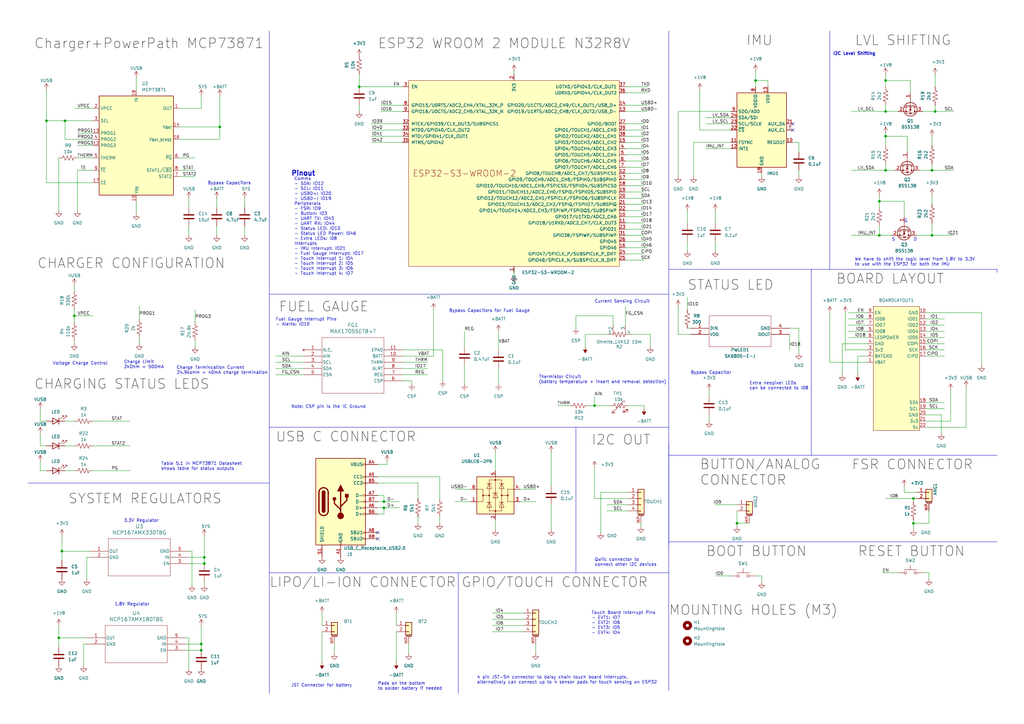
<source format=kicad_sch>
(kicad_sch (version 20230121) (generator eeschema)
  (paper "A3")
  (title_block (title "Custom T-Stick Board") (date "2023-09") (rev "0.0.2") (company "Albert Niyonsenga"))
  (junction (at 83.82 231.14))
  (junction (at 374.65 204.47))
  (junction (at 25.4 226.06))
  (junction (at 360.68 82.55))
  (junction (at 82.55 266.7))
  (junction (at 157.48 208.28))
  (junction (at 383.54 45.72))
  (junction (at 360.68 96.52))
  (junction (at 382.27 96.52))
  (junction (at 363.22 55.88))
  (junction (at 363.22 33.02))
  (junction (at 363.22 69.85))
  (junction (at 90.17 52.07))
  (junction (at 374.65 214.63))
  (junction (at 30.48 129.54))
  (junction (at 26.67 49.53))
  (junction (at 147.32 35.56))
  (junction (at 302.26 214.63))
  (junction (at 19.05 49.53))
  (junction (at 83.82 228.6))
  (junction (at 157.48 205.74))
  (junction (at 382.27 69.85))
  (junction (at 82.55 264.16))
  (junction (at 309.88 33.02))
  (junction (at 243.84 166.37))
  (junction (at 363.22 45.72))
  (junction (at 24.13 261.62))
  (no_connect (at 325.12 53.34))
  (no_connect (at 325.12 50.8))
  (no_connect (at 154.94 218.44))
  (no_connect (at 154.94 220.98))
  (wire (pts (xy 256.54 55.88) (xy 264.16 55.88)))
  (wire (pts (xy 378.46 45.72) (xy 383.54 45.72)))
  (wire (pts (xy 157.48 203.2) (xy 157.48 205.74)))
  (wire (pts (xy 372.11 62.23) (xy 372.11 55.88)))
  (wire (pts (xy 256.54 78.74) (xy 264.16 78.74)))
  (wire (pts (xy 90.17 52.07) (xy 90.17 57.15)))
  (wire (pts (xy 156.21 45.72) (xy 165.1 45.72)))
  (wire (pts (xy 355.6 146.05) (xy 351.79 146.05)))
  (wire (pts (xy 241.3 166.37) (xy 243.84 166.37)))
  (wire (pts (xy 256.54 104.14) (xy 264.16 104.14)))
  (wire (pts (xy 31.75 59.69) (xy 38.1 59.69)))
  (wire (pts (xy 373.38 33.02) (xy 373.38 38.1)))
  (wire (pts (xy 312.42 71.12) (xy 312.42 72.39)))
  (wire (pts (xy 327.66 69.85) (xy 327.66 72.39)))
  (wire (pts (xy 26.67 193.04) (xy 30.48 193.04)))
  (wire (pts (xy 327.66 134.62) (xy 327.66 144.78)))
  (wire (pts (xy 240.03 137.16) (xy 240.03 142.24)))
  (wire (pts (xy 210.82 29.21) (xy 210.82 30.48)))
  (polyline (pts (xy 274.32 181.61) (xy 274.32 223.52)))
  (wire (pts (xy 73.66 52.07) (xy 90.17 52.07)))
  (wire (pts (xy 379.73 165.1) (xy 387.35 165.1)))
  (wire (pts (xy 363.22 54.61) (xy 363.22 55.88)))
  (wire (pts (xy 152.4 53.34) (xy 165.1 53.34)))
  (wire (pts (xy 379.73 138.43) (xy 387.35 138.43)))
  (wire (pts (xy 77.47 96.52) (xy 77.47 92.71)))
  (wire (pts (xy 382.27 91.44) (xy 382.27 96.52)))
  (wire (pts (xy 256.54 101.6) (xy 265.43 101.6)))
  (wire (pts (xy 383.54 35.56) (xy 383.54 30.48)))
  (wire (pts (xy 31.75 69.85) (xy 31.75 86.36)))
  (polyline (pts (xy 110.49 284.48) (xy 110.49 234.95)))
  (wire (pts (xy 346.71 143.51) (xy 346.71 128.27)))
  (wire (pts (xy 82.55 39.37) (xy 82.55 44.45)))
  (wire (pts (xy 38.1 182.88) (xy 53.34 182.88)))
  (wire (pts (xy 213.36 200.66) (xy 219.71 200.66)))
  (wire (pts (xy 204.47 135.89) (xy 204.47 143.51)))
  (polyline (pts (xy 187.96 234.95) (xy 187.96 284.48)))
  (wire (pts (xy 16.51 193.04) (xy 19.05 193.04)))
  (wire (pts (xy 281.94 99.06) (xy 281.94 102.87)))
  (wire (pts (xy 73.66 57.15) (xy 90.17 57.15)))
  (wire (pts (xy 152.4 55.88) (xy 165.1 55.88)))
  (wire (pts (xy 264.16 166.37) (xy 264.16 167.64)))
  (wire (pts (xy 256.54 66.04) (xy 264.16 66.04)))
  (wire (pts (xy 266.7 137.16) (xy 266.7 142.24)))
  (wire (pts (xy 314.96 33.02) (xy 314.96 35.56)))
  (wire (pts (xy 165.1 151.13) (xy 175.26 151.13)))
  (wire (pts (xy 25.4 226.06) (xy 25.4 229.87)))
  (wire (pts (xy 152.4 50.8) (xy 165.1 50.8)))
  (wire (pts (xy 165.1 148.59) (xy 175.26 148.59)))
  (wire (pts (xy 243.84 162.56) (xy 243.84 166.37)))
  (wire (pts (xy 382.27 96.52) (xy 391.16 96.52)))
  (wire (pts (xy 165.1 35.56) (xy 147.32 35.56)))
  (wire (pts (xy 347.98 128.27) (xy 355.6 128.27)))
  (wire (pts (xy 402.59 128.27) (xy 379.73 128.27)))
  (wire (pts (xy 132.08 259.08) (xy 132.08 271.78)))
  (polyline (pts (xy 110.49 234.95) (xy 187.96 234.95)))
  (wire (pts (xy 363.22 33.02) (xy 373.38 33.02)))
  (wire (pts (xy 26.67 172.72) (xy 30.48 172.72)))
  (wire (pts (xy 190.5 149.86) (xy 190.5 157.48)))
  (wire (pts (xy 379.73 170.18) (xy 386.08 170.18)))
  (wire (pts (xy 370.84 82.55) (xy 360.68 82.55)))
  (wire (pts (xy 375.92 96.52) (xy 382.27 96.52)))
  (wire (pts (xy 287.02 36.83) (xy 287.02 53.34)))
  (wire (pts (xy 158.75 189.23) (xy 158.75 190.5)))
  (wire (pts (xy 323.85 137.16) (xy 323.85 143.51)))
  (wire (pts (xy 379.73 130.81) (xy 387.35 130.81)))
  (wire (pts (xy 157.48 210.82) (xy 157.48 208.28)))
  (wire (pts (xy 360.68 96.52) (xy 365.76 96.52)))
  (wire (pts (xy 382.27 67.31) (xy 382.27 69.85)))
  (wire (pts (xy 363.22 55.88) (xy 363.22 59.69)))
  (wire (pts (xy 30.48 129.54) (xy 30.48 132.08)))
  (wire (pts (xy 325.12 58.42) (xy 327.66 58.42)))
  (wire (pts (xy 36.83 228.6) (xy 35.56 228.6)))
  (polyline (pts (xy 236.22 175.26) (xy 236.22 234.95)))
  (wire (pts (xy 38.1 193.04) (xy 53.34 193.04)))
  (wire (pts (xy 38.1 74.93) (xy 19.05 74.93)))
  (polyline (pts (xy 110.49 234.95) (xy 110.49 175.26)))
  (wire (pts (xy 381 234.95) (xy 381 237.49)))
  (wire (pts (xy 147.32 43.18) (xy 147.32 45.72)))
  (wire (pts (xy 361.95 234.95) (xy 368.3 234.95)))
  (wire (pts (xy 201.93 256.54) (xy 214.63 256.54)))
  (wire (pts (xy 203.2 213.36) (xy 203.2 217.17)))
  (wire (pts (xy 210.82 109.22) (xy 210.82 113.03)))
  (wire (pts (xy 24.13 261.62) (xy 24.13 265.43)))
  (wire (pts (xy 378.46 234.95) (xy 381 234.95)))
  (wire (pts (xy 73.66 44.45) (xy 82.55 44.45)))
  (wire (pts (xy 19.05 36.83) (xy 19.05 49.53)))
  (wire (pts (xy 152.4 58.42) (xy 165.1 58.42)))
  (wire (pts (xy 370.84 199.39) (xy 370.84 201.93)))
  (wire (pts (xy 57.15 140.97) (xy 57.15 138.43)))
  (wire (pts (xy 256.54 45.72) (xy 265.43 45.72)))
  (wire (pts (xy 374.65 204.47) (xy 375.92 204.47)))
  (wire (pts (xy 113.03 148.59) (xy 124.46 148.59)))
  (wire (pts (xy 278.13 125.73) (xy 278.13 137.16)))
  (wire (pts (xy 38.1 57.15) (xy 26.67 57.15)))
  (wire (pts (xy 389.89 160.02) (xy 389.89 172.72)))
  (wire (pts (xy 314.96 33.02) (xy 309.88 33.02)))
  (wire (pts (xy 113.03 146.05) (xy 124.46 146.05)))
  (polyline (pts (xy 408.94 110.49) (xy 408.94 111.76)))
  (wire (pts (xy 379.73 167.64) (xy 387.35 167.64)))
  (wire (pts (xy 16.51 177.8) (xy 16.51 182.88)))
  (wire (pts (xy 257.81 207.01) (xy 248.92 207.01)))
  (wire (pts (xy 256.54 96.52) (xy 264.16 96.52)))
  (wire (pts (xy 57.15 125.73) (xy 57.15 130.81)))
  (wire (pts (xy 256.54 60.96) (xy 264.16 60.96)))
  (wire (pts (xy 16.51 182.88) (xy 19.05 182.88)))
  (wire (pts (xy 55.88 31.75) (xy 55.88 36.83)))
  (wire (pts (xy 204.47 151.13) (xy 204.47 157.48)))
  (wire (pts (xy 259.08 137.16) (xy 266.7 137.16)))
  (wire (pts (xy 73.66 64.77) (xy 80.01 64.77)))
  (wire (pts (xy 381 209.55) (xy 381 214.63)))
  (wire (pts (xy 24.13 256.54) (xy 24.13 261.62)))
  (wire (pts (xy 240.03 137.16) (xy 248.92 137.16)))
  (wire (pts (xy 100.33 81.28) (xy 100.33 85.09)))
  (wire (pts (xy 162.56 259.08) (xy 162.56 271.78)))
  (wire (pts (xy 363.22 33.02) (xy 363.22 35.56)))
  (wire (pts (xy 76.2 264.16) (xy 82.55 264.16)))
  (wire (pts (xy 374.65 214.63) (xy 374.65 217.17)))
  (wire (pts (xy 256.54 93.98) (xy 264.16 93.98)))
  (wire (pts (xy 80.01 142.24) (xy 80.01 139.7)))
  (wire (pts (xy 154.94 190.5) (xy 158.75 190.5)))
  (wire (pts (xy 256.54 88.9) (xy 264.16 88.9)))
  (wire (pts (xy 154.94 210.82) (xy 157.48 210.82)))
  (wire (pts (xy 363.22 30.48) (xy 363.22 33.02)))
  (wire (pts (xy 19.05 49.53) (xy 19.05 74.93)))
  (wire (pts (xy 355.6 135.89) (xy 347.98 135.89)))
  (wire (pts (xy 154.94 203.2) (xy 157.48 203.2)))
  (wire (pts (xy 257.81 209.55) (xy 248.92 209.55)))
  (wire (pts (xy 309.88 236.22) (xy 312.42 236.22)))
  (wire (pts (xy 100.33 96.52) (xy 100.33 92.71)))
  (wire (pts (xy 289.56 50.8) (xy 299.72 50.8)))
  (wire (pts (xy 177.8 127) (xy 177.8 146.05)))
  (wire (pts (xy 360.68 80.01) (xy 360.68 82.55)))
  (wire (pts (xy 38.1 172.72) (xy 53.34 172.72)))
  (wire (pts (xy 165.1 153.67) (xy 175.26 153.67)))
  (wire (pts (xy 181.61 143.51) (xy 181.61 156.21)))
  (wire (pts (xy 372.11 55.88) (xy 363.22 55.88)))
  (wire (pts (xy 293.37 207.01) (xy 302.26 207.01)))
  (wire (pts (xy 382.27 69.85) (xy 391.16 69.85)))
  (wire (pts (xy 349.25 45.72) (xy 363.22 45.72)))
  (wire (pts (xy 30.48 116.84) (xy 30.48 119.38)))
  (wire (pts (xy 19.05 49.53) (xy 26.67 49.53)))
  (wire (pts (xy 374.65 204.47) (xy 374.65 205.74)))
  (wire (pts (xy 370.84 201.93) (xy 375.92 201.93)))
  (wire (pts (xy 256.54 76.2) (xy 264.16 76.2)))
  (wire (pts (xy 156.21 43.18) (xy 165.1 43.18)))
  (wire (pts (xy 251.46 129.54) (xy 251.46 133.35)))
  (wire (pts (xy 299.72 58.42) (xy 284.48 58.42)))
  (wire (pts (xy 78.74 226.06) (xy 78.74 240.03)))
  (wire (pts (xy 157.48 208.28) (xy 163.83 208.28)))
  (wire (pts (xy 360.68 92.71) (xy 360.68 96.52)))
  (wire (pts (xy 83.82 228.6) (xy 83.82 231.14)))
  (wire (pts (xy 289.56 48.26) (xy 299.72 48.26)))
  (wire (pts (xy 154.94 195.58) (xy 180.34 195.58)))
  (wire (pts (xy 262.89 215.9) (xy 262.89 214.63)))
  (wire (pts (xy 309.88 29.21) (xy 309.88 33.02)))
  (wire (pts (xy 256.54 63.5) (xy 264.16 63.5)))
  (polyline (pts (xy 274.32 222.25) (xy 408.94 222.25)))
  (wire (pts (xy 355.6 130.81) (xy 347.98 130.81)))
  (wire (pts (xy 76.2 266.7) (xy 82.55 266.7)))
  (wire (pts (xy 236.22 129.54) (xy 251.46 129.54)))
  (wire (pts (xy 302.26 209.55) (xy 302.26 214.63)))
  (wire (pts (xy 243.84 166.37) (xy 250.19 166.37)))
  (wire (pts (xy 201.93 251.46) (xy 214.63 251.46)))
  (wire (pts (xy 379.73 140.97) (xy 387.35 140.97)))
  (wire (pts (xy 180.34 195.58) (xy 180.34 204.47)))
  (wire (pts (xy 147.32 30.48) (xy 147.32 35.56)))
  (polyline (pts (xy 274.32 12.7) (xy 274.32 110.49)))
  (wire (pts (xy 203.2 185.42) (xy 203.2 193.04)))
  (wire (pts (xy 77.47 261.62) (xy 76.2 261.62)))
  (wire (pts (xy 73.66 72.39) (xy 80.01 72.39)))
  (wire (pts (xy 290.83 160.02) (xy 290.83 162.56)))
  (wire (pts (xy 256.54 106.68) (xy 264.16 106.68)))
  (wire (pts (xy 345.44 140.97) (xy 345.44 153.67)))
  (wire (pts (xy 83.82 219.71) (xy 83.82 228.6)))
  (polyline (pts (xy 110.49 120.65) (xy 274.32 120.65)))
  (wire (pts (xy 154.94 208.28) (xy 157.48 208.28)))
  (wire (pts (xy 281.94 86.36) (xy 281.94 91.44)))
  (wire (pts (xy 168.91 157.48) (xy 168.91 156.21)))
  (wire (pts (xy 360.68 82.55) (xy 360.68 85.09)))
  (wire (pts (xy 256.54 99.06) (xy 265.43 99.06)))
  (wire (pts (xy 236.22 129.54) (xy 236.22 134.62)))
  (wire (pts (xy 55.88 87.63) (xy 55.88 82.55)))
  (polyline (pts (xy 110.49 12.7) (xy 110.49 175.26)))
  (wire (pts (xy 256.54 35.56) (xy 265.43 35.56)))
  (wire (pts (xy 80.01 127) (xy 80.01 132.08)))
  (wire (pts (xy 168.91 156.21) (xy 165.1 156.21)))
  (wire (pts (xy 293.37 99.06) (xy 293.37 102.87)))
  (wire (pts (xy 389.89 172.72) (xy 379.73 172.72)))
  (wire (pts (xy 386.08 170.18) (xy 386.08 177.8)))
  (wire (pts (xy 256.54 53.34) (xy 264.16 53.34)))
  (wire (pts (xy 256.54 38.1) (xy 265.43 38.1)))
  (wire (pts (xy 363.22 204.47) (xy 374.65 204.47)))
  (wire (pts (xy 278.13 137.16) (xy 283.21 137.16)))
  (polyline (pts (xy 274.32 110.49) (xy 408.94 110.49)))
  (wire (pts (xy 124.46 151.13) (xy 113.03 151.13)))
  (wire (pts (xy 340.36 128.27) (xy 340.36 148.59)))
  (polyline (pts (xy 340.36 12.7) (xy 340.36 110.49)))
  (wire (pts (xy 256.54 125.73) (xy 256.54 133.35)))
  (wire (pts (xy 299.72 53.34) (xy 287.02 53.34)))
  (wire (pts (xy 82.55 256.54) (xy 82.55 264.16)))
  (wire (pts (xy 171.45 198.12) (xy 171.45 204.47)))
  (wire (pts (xy 157.48 205.74) (xy 163.83 205.74)))
  (wire (pts (xy 77.47 261.62) (xy 77.47 274.32)))
  (wire (pts (xy 402.59 149.86) (xy 402.59 128.27)))
  (wire (pts (xy 30.48 129.54) (xy 38.1 129.54)))
  (wire (pts (xy 113.03 153.67) (xy 124.46 153.67)))
  (wire (pts (xy 25.4 219.71) (xy 25.4 226.06)))
  (wire (pts (xy 31.75 69.85) (xy 38.1 69.85)))
  (polyline (pts (xy 274.32 110.49) (xy 274.32 283.21)))
  (wire (pts (xy 290.83 170.18) (xy 290.83 172.72)))
  (wire (pts (xy 382.27 59.69) (xy 382.27 55.88)))
  (wire (pts (xy 256.54 71.12) (xy 264.16 71.12)))
  (polyline (pts (xy 110.49 175.26) (xy 274.32 175.26)))
  (wire (pts (xy 77.47 231.14) (xy 83.82 231.14)))
  (wire (pts (xy 257.81 166.37) (xy 264.16 166.37)))
  (wire (pts (xy 213.36 205.74) (xy 219.71 205.74)))
  (wire (pts (xy 363.22 67.31) (xy 363.22 69.85)))
  (wire (pts (xy 363.22 69.85) (xy 367.03 69.85)))
  (wire (pts (xy 382.27 80.01) (xy 382.27 83.82)))
  (wire (pts (xy 16.51 189.23) (xy 16.51 193.04)))
  (wire (pts (xy 171.45 212.09) (xy 171.45 214.63)))
  (wire (pts (xy 281.94 121.92) (xy 281.94 127)))
  (wire (pts (xy 312.42 236.22) (xy 312.42 238.76)))
  (wire (pts (xy 83.82 238.76) (xy 83.82 240.03)))
  (polyline (pts (xy 11.43 198.12) (xy 110.49 198.12)))
  (wire (pts (xy 327.66 134.62) (xy 323.85 134.62)))
  (wire (pts (xy 293.37 86.36) (xy 293.37 91.44)))
  (wire (pts (xy 30.48 44.45) (xy 38.1 44.45)))
  (wire (pts (xy 256.54 83.82) (xy 264.16 83.82)))
  (wire (pts (xy 73.66 69.85) (xy 80.01 69.85)))
  (wire (pts (xy 383.54 45.72) (xy 391.16 45.72)))
  (wire (pts (xy 24.13 64.77) (xy 24.13 86.36)))
  (wire (pts (xy 289.56 60.96) (xy 299.72 60.96)))
  (wire (pts (xy 132.08 251.46) (xy 132.08 256.54)))
  (wire (pts (xy 88.9 81.28) (xy 88.9 85.09)))
  (polyline (pts (xy 332.74 110.49) (xy 332.74 186.69)))
  (wire (pts (xy 137.16 267.97) (xy 137.16 264.16)))
  (wire (pts (xy 34.29 264.16) (xy 34.29 273.05)))
  (wire (pts (xy 379.73 175.26) (xy 396.24 175.26)))
  (wire (pts (xy 77.47 226.06) (xy 78.74 226.06)))
  (polyline (pts (xy 274.32 186.69) (xy 408.94 186.69)))
  (wire (pts (xy 256.54 91.44) (xy 264.16 91.44)))
  (wire (pts (xy 302.26 214.63) (xy 307.34 214.63)))
  (wire (pts (xy 16.51 172.72) (xy 19.05 172.72)))
  (wire (pts (xy 379.73 135.89) (xy 387.35 135.89)))
  (wire (pts (xy 281.94 134.62) (xy 283.21 134.62)))
  (wire (pts (xy 355.6 140.97) (xy 345.44 140.97)))
  (wire (pts (xy 256.54 43.18) (xy 265.43 43.18)))
  (wire (pts (xy 379.73 146.05) (xy 387.35 146.05)))
  (wire (pts (xy 396.24 158.75) (xy 396.24 175.26)))
  (wire (pts (xy 226.06 207.01) (xy 226.06 217.17)))
  (wire (pts (xy 90.17 39.37) (xy 90.17 52.07)))
  (wire (pts (xy 243.84 191.77) (xy 243.84 204.47)))
  (wire (pts (xy 88.9 96.52) (xy 88.9 92.71)))
  (wire (pts (xy 167.64 267.97) (xy 167.64 264.16)))
  (wire (pts (xy 31.75 54.61) (xy 38.1 54.61)))
  (wire (pts (xy 256.54 73.66) (xy 264.16 73.66)))
  (wire (pts (xy 36.83 226.06) (xy 25.4 226.06)))
  (wire (pts (xy 162.56 251.46) (xy 162.56 256.54)))
  (wire (pts (xy 219.71 264.16) (xy 219.71 267.97)))
  (wire (pts (xy 346.71 143.51) (xy 355.6 143.51)))
  (wire (pts (xy 77.47 81.28) (xy 77.47 85.09)))
  (wire (pts (xy 379.73 143.51) (xy 387.35 143.51)))
  (wire (pts (xy 26.67 49.53) (xy 26.67 57.15)))
  (wire (pts (xy 363.22 43.18) (xy 363.22 45.72)))
  (wire (pts (xy 363.22 45.72) (xy 368.3 45.72)))
  (wire (pts (xy 256.54 58.42) (xy 264.16 58.42)))
  (wire (pts (xy 256.54 86.36) (xy 264.16 86.36)))
  (wire (pts (xy 293.37 236.22) (xy 299.72 236.22)))
  (wire (pts (xy 379.73 133.35) (xy 387.35 133.35)))
  (wire (pts (xy 284.48 58.42) (xy 284.48 72.39)))
  (wire (pts (xy 26.67 49.53) (xy 38.1 49.53)))
  (wire (pts (xy 16.51 167.64) (xy 16.51 172.72)))
  (wire (pts (xy 201.93 259.08) (xy 214.63 259.08)))
  (wire (pts (xy 82.55 264.16) (xy 82.55 266.7)))
  (wire (pts (xy 299.72 45.72) (xy 278.13 45.72)))
  (wire (pts (xy 349.25 69.85) (xy 363.22 69.85)))
  (wire (pts (xy 257.81 201.93) (xy 246.38 201.93)))
  (wire (pts (xy 302.26 214.63) (xy 302.26 215.9)))
  (wire (pts (xy 31.75 64.77) (xy 38.1 64.77)))
  (wire (pts (xy 327.66 58.42) (xy 327.66 62.23)))
  (wire (pts (xy 246.38 201.93) (xy 246.38 218.44)))
  (wire (pts (xy 228.6 166.37) (xy 233.68 166.37)))
  (wire (pts (xy 35.56 228.6) (xy 35.56 237.49)))
  (wire (pts (xy 309.88 33.02) (xy 309.88 35.56)))
  (wire (pts (xy 256.54 81.28) (xy 264.16 81.28)))
  (polyline (pts (xy 187.96 234.95) (xy 274.32 234.95)))
  (wire (pts (xy 355.6 138.43) (xy 347.98 138.43)))
  (wire (pts (xy 30.48 127) (xy 30.48 129.54)))
  (wire (pts (xy 180.34 212.09) (xy 180.34 214.63)))
  (wire (pts (xy 165.1 146.05) (xy 177.8 146.05)))
  (wire (pts (xy 35.56 261.62) (xy 24.13 261.62)))
  (wire (pts (xy 35.56 264.16) (xy 34.29 264.16)))
  (wire (pts (xy 30.48 140.97) (xy 30.48 139.7)))
  (wire (pts (xy 256.54 68.58) (xy 264.16 68.58)))
  (wire (pts (xy 374.65 213.36) (xy 374.65 214.63)))
  (wire (pts (xy 383.54 45.72) (xy 383.54 43.18)))
  (wire (pts (xy 226.06 185.42) (xy 226.06 199.39)))
  (wire (pts (xy 355.6 148.59) (xy 340.36 148.59)))
  (wire (pts (xy 370.84 88.9) (xy 370.84 82.55)))
  (wire (pts (xy 355.6 133.35) (xy 347.98 133.35)))
  (wire (pts (xy 377.19 69.85) (xy 382.27 69.85)))
  (wire (pts (xy 154.94 205.74) (xy 157.48 205.74)))
  (wire (pts (xy 256.54 50.8) (xy 264.16 50.8)))
  (wire (pts (xy 193.04 200.66) (xy 186.69 200.66)))
  (wire (pts (xy 181.61 143.51) (xy 165.1 143.51)))
  (wire (pts (xy 193.04 205.74) (xy 186.69 205.74)))
  (wire (pts (xy 349.25 96.52) (xy 360.68 96.52)))
  (wire (pts (xy 190.5 135.89) (xy 190.5 142.24)))
  (wire (pts (xy 374.65 214.63) (xy 381 214.63)))
  (wire (pts (xy 77.47 228.6) (xy 83.82 228.6)))
  (wire (pts (xy 351.79 146.05) (xy 351.79 153.67)))
  (wire (pts (xy 257.81 204.47) (xy 243.84 204.47)))
  (wire (pts (xy 278.13 45.72) (xy 278.13 72.39)))
  (wire (pts (xy 201.93 254) (xy 214.63 254)))
  (wire (pts (xy 26.67 182.88) (xy 30.48 182.88)))
  (wire (pts (xy 154.94 198.12) (xy 171.45 198.12)))
  (text "Charge Termincation Current\n24.9koHm = 40mA charge termination" (at 72.39 153.67 0) (effects (font (size 1.27 1.27)) (justify left bottom)))
  (text "Comms\n- SDA: IO12\n- SCL: IO11\n- USBD+: IO20\n- USBD-: IO19\nPeripherals\n- FSR: IO9\n- Button: IO3\n- UART TX: IO43\n- UART RX: IO44\n- Status LED: IO10\n- Status LED Power: I046\n- Extra LEDs: I08\nInterrupts\n- IMU Interrupt: IO21\n- Fuel Gauge Interrupt: IO17\n- Touch Interrupt 1: IO4\n- Touch Interrupt 2: IO5\n- Touch Interrupt 3: IO6\n- Touch Interrupt 4: IO7" (at 120.65 113.03 0) (effects (font (size 1.27 1.27)) (justify left bottom)))
  (text "Pads on the bottom \nto solder battery if needed\n" (at 154.94 283.21 0) (effects (font (size 1.27 1.27)) (justify left bottom)))
  (text "Qwiic connector to \nconnect other I2C devices" (at 243.84 232.41 0) (effects (font (size 1.27 1.27)) (justify left bottom)))
  (text "FUEL GAUGE" (at 114.3 128.27 0) (effects (font (size 4 4)) (justify left bottom)))
  (text "Bypass Capacitors\n\n\n" (at 85.09 80.01 0) (effects (font (size 1.27 1.27)) (justify left bottom)))
  (text "Fuel Gauge Interrupt Pins\n- Alerts: IO10\n\n" (at 113.03 135.89 0) (effects (font (size 1.27 1.27)) (justify left bottom)))
  (text "FSR CONNECTOR" (at 349.25 193.04 0) (effects (font (size 4 4)) (justify left bottom)))
  (text "G" (at 370.84 91.44 0) (effects (font (size 1.27 1.27)) (justify left bottom)))
  (text "LIPO/LI-ION CONNECTOR" (at 110.49 241.3 0) (effects (font (size 4 4)) (justify left bottom)))
  (text "Thermistor Circuit\n(battery temperature + insert and removal detection)" (at 220.98 157.48 0) (effects (font (size 1.27 1.27)) (justify left bottom)))
  (text "Charge Limit\n2kOhm = 500mA\n\n\n\n" (at 50.8 157.48 0) (effects (font (size 1.27 1.27)) (justify left bottom)))
  (text "JST Connector for battery\n" (at 119.38 281.94 0) (effects (font (size 1.27 1.27)) (justify left bottom)))
  (text "3.3V Regulator\n\n\n" (at 50.8 218.44 0) (effects (font (size 1.27 1.27)) (justify left bottom)))
  (text "Bypass Capacitor" (at 283.21 153.67 0) (effects (font (size 1.27 1.27)) (justify left bottom)))
  (text "Current Sensing Circuit" (at 243.84 124.46 0) (effects (font (size 1.27 1.27)) (justify left bottom)))
  (text "I2C Level Shifting" (at 341.63 22.86 0) (effects (font (size 1.27 1.27) bold) (justify left bottom)))
  (text "BOARD LAYOUT" (at 342.9 116.84 0) (effects (font (size 4 4)) (justify left bottom)))
  (text "Extra neopixel LEDs \ncan be connected to I08" (at 307.34 160.02 0) (effects (font (size 1.27 1.27)) (justify left bottom)))
  (text "CHARGING STATUS LEDS" (at 13.97 160.02 0) (effects (font (size 4 4)) (justify left bottom)))
  (text "GPIO/TOUCH CONNECTOR" (at 189.23 241.3 0) (effects (font (size 4 4)) (justify left bottom)))
  (text "Charger+PowerPath MCP73871" (at 13.97 20.32 0) (effects (font (size 4 4)) (justify left bottom)))
  (text "D" (at 374.65 99.06 0) (effects (font (size 1.27 1.27)) (justify left bottom)))
  (text "Table 5.1 in MCP73871 Datasheet \nshows table for status outputs" (at 66.04 193.04 0) (effects (font (size 1.27 1.27)) (justify left bottom)))
  (text "I2C OUT" (at 242.57 182.88 0) (effects (font (size 4 4)) (justify left bottom)))
  (text "STATUS LED" (at 281.94 119.38 0) (effects (font (size 4 4)) (justify left bottom)))
  (text "Bypass Capacitors for Fuel Gauge" (at 184.15 128.27 0) (effects (font (size 1.27 1.27)) (justify left bottom)))
  (text "SYSTEM REGULATORS" (at 27.94 207.01 0) (effects (font (size 4 4)) (justify left bottom)))
  (text "Touch Board Interrupt Pins\n- EVT1: IO7\n- EVT2: IO6\n- EVT3: IO5\n- EVT4: IO4" (at 242.57 260.35 0) (effects (font (size 1.27 1.27)) (justify left bottom)))
  (text "S" (at 365.76 99.06 0) (effects (font (size 1.27 1.27)) (justify left bottom)))
  (text "4 pin JST-SH connector to daisy chain touch board interrupts, \nalternatively can connect up to 4 sensor pads for touch sensing on ESP32" (at 195.58 280.67 0) (effects (font (size 1.27 1.27)) (justify left bottom)))
  (text "ESP32 WROOM 2 MODULE N32R8V" (at 154.94 20.32 0) (effects (font (size 4 4)) (justify left bottom)))
  (text "IMU" (at 306.07 19.05 0) (effects (font (size 4 4)) (justify left bottom)))
  (text "MOUNTING HOLES (M3)" (at 274.32 252.73 0) (effects (font (size 4 4)) (justify left bottom)))
  (text "Voltage Charge Control" (at 21.59 149.86 0) (effects (font (size 1.27 1.27)) (justify left bottom)))
  (text "LVL SHIFTING" (at 350.52 19.05 0) (effects (font (size 4 4)) (justify left bottom)))
  (text "1.8V Regulator\n\n\n" (at 46.99 252.73 0) (effects (font (size 1.27 1.27)) (justify left bottom)))
  (text "BOOT BUTTON" (at 289.56 228.6 0) (effects (font (size 4 4)) (justify left bottom)))
  (text "Note: CSP pin is the IC Ground" (at 119.38 167.64 0) (effects (font (size 1.27 1.27)) (justify left bottom)))
  (text "Pinout" (at 119.38 72.39 0) (effects (font (size 2 2) (thickness 0.4) bold) (justify left bottom)))
  (text "CHARGER CONFIGURATION" (at 15.24 110.49 0) (effects (font (size 4 4)) (justify left bottom)))
  (text "BUTTON/ANALOG \nCONNECTOR" (at 287.02 199.39 0) (effects (font (size 4 4)) (justify left bottom)))
  (text "We have to shift the logic level from 1.8V to 3.3V \nto use with the ESP32 for both the IMU" (at 350.52 109.22 0) (effects (font (size 1.27 1.27)) (justify left bottom)))
  (text "RESET BUTTON" (at 351.79 228.6 0) (effects (font (size 4 4)) (justify left bottom)))
  (text "USB C CONNECTOR" (at 113.03 181.61 0) (effects (font (size 4 4)) (justify left bottom)))
  (label "IMU_INT" (at 351.79 96.52 0))
  (label "IO8" (at 354.33 135.89 180))
  (label "IO42" (at 152.4 58.42 0))
  (label "IO6" (at 203.2 256.54 0))
  (label "PG" (at 74.93 64.77 0))
  (label "IO6" (at 354.33 130.81 180))
  (label "THERM" (at 31.75 64.77 0))
  (label "IO3" (at 262.89 58.42 0))
  (label "STAT" (at 74.93 69.85 0))
  (label "SCK" (at 262.89 106.68 0))
  (label "IO17" (at 262.89 88.9 0))
  (label "IO17" (at 170.18 151.13 0))
  (label "IO39" (at 152.4 50.8 0))
  (label "EN" (at 161.29 35.56 0))
  (label "LV_SCL" (at 292.1 50.8 0))
  (label "SDA" (at 262.89 81.28 0))
  (label "IO0" (at 293.37 236.22 0))
  (label "THRM" (at 170.18 148.59 0))
  (label "SDA" (at 255.27 207.01 180))
  (label "LV_SDA" (at 292.1 48.26 0))
  (label "USBD+" (at 262.89 43.18 0))
  (label "IO21" (at 388.62 96.52 0))
  (label "CIPO" (at 384.81 146.05 180))
  (label "IO5" (at 262.89 63.5 0))
  (label "IO40" (at 152.4 53.34 0))
  (label "USBD-" (at 191.77 200.66 180))
  (label "COPI" (at 384.81 140.97 180))
  (label "D-" (at 158.75 205.74 0))
  (label "SCL" (at 115.57 148.59 0))
  (label "IO15" (at 156.21 43.18 0))
  (label "TE" (at 33.02 69.85 0))
  (label "IO10" (at 262.89 76.2 0))
  (label "IO4" (at 262.89 60.96 0))
  (label "IO18" (at 323.85 142.24 0))
  (label "IO7" (at 262.89 68.58 0))
  (label "PROG1" (at 57.15 129.54 0))
  (label "TXD" (at 262.89 35.56 0))
  (label "PG" (at 45.72 193.04 0))
  (label "VPCC" (at 31.75 44.45 0))
  (label "SCL" (at 262.89 78.74 0))
  (label "IO14" (at 262.89 86.36 0))
  (label "EN" (at 361.95 234.95 0))
  (label "IO13" (at 262.89 83.82 0))
  (label "IO9" (at 262.89 73.66 0))
  (label "IO7" (at 203.2 259.08 0))
  (label "LV_SDA" (at 351.79 69.85 0))
  (label "IO6" (at 262.89 66.04 0))
  (label "CIPO" (at 262.89 104.14 0))
  (label "REG" (at 170.18 153.67 0))
  (label "LV_SCL" (at 351.79 45.72 0))
  (label "IO18" (at 350.52 138.43 0))
  (label "SCK" (at 384.81 143.51 180))
  (label "D+" (at 214.63 205.74 0))
  (label "IO2" (at 384.81 133.35 180))
  (label "USBD-" (at 262.89 45.72 0))
  (label "COPI" (at 262.89 96.52 0))
  (label "D-" (at 191.77 205.74 180))
  (label "VPCC" (at 31.75 129.54 0))
  (label "SDA" (at 384.81 165.1 180))
  (label "PROG1" (at 31.75 54.61 0))
  (label "FG_CSN" (at 115.57 153.67 0))
  (label "IMU_INT" (at 289.56 60.96 0))
  (label "IO1" (at 384.81 130.81 180))
  (label "PROG3" (at 31.75 59.69 0))
  (label "IO41" (at 152.4 55.88 0))
  (label "SDA" (at 387.35 69.85 0))
  (label "EN" (at 354.33 128.27 180))
  (label "IO21" (at 262.89 93.98 0))
  (label "IO16" (at 156.21 45.72 0))
  (label "SCL" (at 384.81 167.64 180))
  (label "AIN" (at 115.57 146.05 0))
  (label "IO5" (at 203.2 254 0))
  (label "IO7" (at 354.33 133.35 180))
  (label "STAT" (at 45.72 172.72 0))
  (label "IO4" (at 203.2 251.46 0))
  (label "PROG3" (at 80.01 130.81 0))
  (label "IO9" (at 295.91 207.01 180))
  (label "USBD+" (at 214.63 200.66 0))
  (label "IO0" (at 262.89 50.8 0))
  (label "IO46" (at 262.89 101.6 0))
  (label "IO10" (at 281.94 125.73 0))
  (label "SDA" (at 115.57 151.13 0))
  (label "STAT2" (at 74.93 72.39 0))
  (label "IO18" (at 262.89 91.44 0))
  (label "STAT2" (at 45.72 182.88 0))
  (label "IO5" (at 384.81 138.43 180))
  (label "SCL" (at 387.35 45.72 0))
  (label "IO1" (at 262.89 53.34 0))
  (label "AIN" (at 243.84 162.56 0))
  (label "VBAT" (at 171.45 146.05 0))
  (label "D+" (at 158.75 208.28 0))
  (label "IO4" (at 384.81 135.89 180))
  (label "PROG2" (at 31.75 57.15 0))
  (label "REG" (at 190.5 135.89 0))
  (label "IO45" (at 262.89 99.06 0))
  (label "THRM" (at 228.6 166.37 0))
  (label "VBAT" (at 204.47 140.97 0))
  (label "IO8" (at 262.89 71.12 0))
  (label "IO2" (at 262.89 55.88 0))
  (label "SCL" (at 255.27 209.55 180))
  (label "RXD" (at 262.89 38.1 0))
  (label "IO8" (at 368.3 204.47 180))
  (label "FG_CSN" (at 256.54 129.54 0))
  (symbol (lib_name "GND_2") (lib_id "power:GND") (at 82.55 274.32 0) (unit 1)
    (property "Reference" "#PWR065" (effects hide))
    (property "Value" "GND" (at 82.55 279.4 0))
  )
  (symbol (lib_id "Device:C") (at 24.13 269.24 0) (unit 1)
    (property "Reference" "C12" (at 27.94 267.97 0) (effects (justify left)))
    (property "Value" "1uF" (at 27.94 270.51 0) (effects (justify left)))
    (property "Footprint" "Capacitor_SMD:C_0201_0603Metric" (effects hide))
    (property "Datasheet" "https://mm.digikey.com/Volume0/opasdata/d220001/medias/docus/41/CL03A105KQ3CSNC_Spec.pdf" (effects hide))
    (property "Description Value Pkg" "1 µF ±10% 6.3V Ceramic Capacitor X5R 0201 (0603 Metric)" (effects hide))
    (property "Mfg Part #" "CL03A105KQ3CSNC" (effects hide))
    (property "Manufacturer" "Samsung Electro-Mechanics" (effects hide))
    (property "mpn" "CL03A105KQ3CSNC" (effects hide))
  )
  (symbol (lib_id "max17055-symbol:CSP") (at 168.91 158.75 0) (unit 1)
    (property "Reference" "#ICGND04" (effects hide))
    (property "Value" "CSP" (at 168.91 162.56 0))
  )
  (symbol (lib_id "Device:R_US") (at 30.48 123.19 180) (unit 1)
    (property "Reference" "R18" (at 25.4 123.19 90))
    (property "Value" "330k" (at 27.94 123.19 90))
    (property "Footprint" "Resistor_SMD:R_0201_0603Metric" (effects hide))
    (property "Datasheet" "https://industrial.panasonic.com/cdbs/www-data/pdf/RDA0000/AOA0000C304.pdf" (effects hide))
    (property "Description Value Pkg" "330 kOhms ±1% 0.05W, 1/20W Chip Resistor 0201 (0603 Metric) Thick Film" (effects hide))
    (property "Mfg Part #" "ERJ-1GNF3303C" (effects hide))
    (property "Manufacturer" "Panasonic Electronic Components" (effects hide))
    (property "mpn" "ERJ-1GNF3303C" (effects hide))
  )
  (symbol (lib_name "GND_2") (lib_id "power:GND") (at 345.44 153.67 0) (unit 1)
    (property "Reference" "#PWR025" (effects hide))
    (property "Value" "GND" (at 345.44 158.75 0))
  )
  (symbol (lib_id "max17055-symbol:MAX17055ETB+T") (at 124.46 143.51 0) (unit 1)
    (property "Reference" "FG1" (at 144.78 133.35 0) (effects (font (size 1.524 1.524))))
    (property "Value" "MAX17055ETB+T" (at 144.78 135.89 0) (effects (font (size 1.524 1.524))))
    (property "Footprint" "max17055-footprints:21-100013A_T102A2&plus_1C_MXM" (effects hide))
    (property "Datasheet" "https://www.analog.com/media/en/technical-documentation/data-sheets/max17055.pdf" (effects hide))
    (property "Description Value Pkg" "Battery Battery Monitor IC Multi-Chemistry 10-TDFN (2.5x2)" (effects hide))
    (property "Mfg Part #" "MAX17055ETB+T" (effects hide))
    (property "Manufacturer" "Analog Devices Inc./Maxim Integrated" (effects hide))
    (property "mpn" "MAX17055ETB+T" (effects hide))
  )
  (symbol (lib_id "VUSB:VUSB") (at 226.06 185.42 0) (unit 1) (in_bom no) (on_board no)
    (property "Reference" "#VUSB08" (effects hide))
    (property "Value" "VUSB" (at 223.52 181.61 0) (effects (justify left)))
  )
  (symbol (lib_id "power:GND") (at 266.7 142.24 0) (unit 1)
    (property "Reference" "#PWR015" (effects hide))
    (property "Value" "GND" (at 266.7 147.32 0))
  )
  (symbol (lib_id "power-symbols:VSYS") (at 83.82 219.71 0) (unit 1) (in_bom no) (on_board no)
    (property "Reference" "SYS5" (effects hide))
    (property "Value" "SYS" (at 82.55 215.9 0) (effects (justify left)))
  )
  (symbol (lib_id "Device:C") (at 327.66 66.04 0) (unit 1)
    (property "Reference" "C6" (at 331.47 64.77 0) (effects (justify left)))
    (property "Value" "0.1uF" (at 331.47 67.31 0) (effects (justify left)))
    (property "Footprint" "Capacitor_SMD:C_0201_0603Metric" (effects hide))
    (property "Datasheet" "https://mm.digikey.com/Volume0/opasdata/d220001/medias/docus/41/CL03A104KP3NNNC_Spec.pdf" (effects hide))
    (property "Description Value Pkg" "0.1 µF ±10% 10V Ceramic Capacitor X5R 0201 (0603 Metric)" (effects hide))
    (property "Mfg Part #" "CL03A104KP3NNNC" (effects hide))
    (property "Manufacturer" "Samsung Electro-Mechanics" (effects hide))
    (property "mpn" "CL03A104KP3NNNC" (effects hide))
  )
  (symbol (lib_name "GND_2") (lib_id "power:GND") (at 35.56 237.49 0) (unit 1)
    (property "Reference" "#PWR030" (effects hide))
    (property "Value" "GND" (at 35.56 242.57 0))
  )
  (symbol (lib_id "power:+3V3") (at 370.84 199.39 0) (unit 1)
    (property "Reference" "#PWR01" (effects hide))
    (property "Value" "+3V3" (at 373.38 198.12 0) (effects (justify left)))
  )
  (symbol (lib_id "Device:R_US") (at 34.29 182.88 90) (unit 1)
    (property "Reference" "R22" (at 34.29 177.8 90))
    (property "Value" "1k" (at 34.29 180.34 90))
    (property "Footprint" "Resistor_SMD:R_0201_0603Metric" (effects hide))
    (property "Datasheet" "https://industrial.panasonic.com/cdbs/www-data/pdf/RDA0000/AOA0000C304.pdf" (effects hide))
    (property "Description Value Pkg" "1 kOhms ±1% 0.05W, 1/20W Chip Resistor 0201 (0603 Metric) Thick Film" (effects hide))
    (property "Mfg Part #" "ERJ-1GNF1001C" (effects hide))
    (property "Manufacturer" "Panasonic Electronic Components" (effects hide))
    (property "mpn" "ERJ-1GNF1001C" (effects hide))
  )
  (symbol (lib_id "power:+1V8") (at 293.37 86.36 0) (unit 1)
    (property "Reference" "#PWR027" (effects hide))
    (property "Value" "+1V8" (at 293.37 81.28 0))
  )
  (symbol (lib_id "Device:C") (at 147.32 39.37 0) (unit 1)
    (property "Reference" "C9" (at 151.13 38.1 0) (effects (justify left)))
    (property "Value" "1uF" (at 151.13 40.64 0) (effects (justify left)))
    (property "Footprint" "Capacitor_SMD:C_0201_0603Metric" (effects hide))
    (property "Datasheet" "https://mm.digikey.com/Volume0/opasdata/d220001/medias/docus/41/CL03A105KQ3CSNC_Spec.pdf" (effects hide))
    (property "Description Value Pkg" "1 µF ±10% 6.3V Ceramic Capacitor X5R 0201 (0603 Metric)" (effects hide))
    (property "Mfg Part #" "CL03A105KQ3CSNC" (effects hide))
    (property "Manufacturer" "Samsung Electro-Mechanics" (effects hide))
    (property "mpn" "CL03A105KQ3CSNC" (effects hide))
  )
  (symbol (lib_id "power:+BATT") (at 162.56 251.46 0) (unit 1)
    (property "Reference" "#PWR062" (effects hide))
    (property "Value" "+BATT" (at 162.56 246.38 0))
  )
  (symbol (lib_id "Connector_Generic_MountingPin:Conn_01x04_MountingPin") (at 262.89 204.47 0) (unit 1)
    (property "Reference" "TOUCH1" (at 271.78 205.74 0) (effects (justify right)))
    (property "Value" "JST-SH-1x04 1.0mm" (effects hide))
    (property "Footprint" "Connector_JST:JST_SH_BM04B-SRSS-TB_1x04-1MP_P1.00mm_Vertical" (effects hide))
    (property "Datasheet" "https://www.jst-mfg.com/product/pdf/eng/eSH.pdf" (effects hide))
    (property "Description Value Pkg" "Connector Header Surface Mount 4 position 0.039\" (1.00mm)" (effects hide))
    (property "Mfg Part #" "BM04B-SRSS-TB" (effects hide))
    (property "Manufacturer" "JST Sales America Inc." (effects hide))
    (property "mpn" "BM04B-SRSS-TB" (effects hide))
  )
  (symbol (lib_name "+3V3_2") (lib_id "power:+3V3") (at 382.27 55.88 0) (unit 1)
    (property "Reference" "#PWR056" (effects hide))
    (property "Value" "+3V3" (at 383.54 50.8 0))
  )
  (symbol (lib_id "power:-BATT") (at 264.16 167.64 180) (unit 1)
    (property "Reference" "#PWR032" (effects hide))
    (property "Value" "-BATT" (at 264.16 172.72 0))
  )
  (symbol (lib_id "VUSB:VUSB") (at 77.47 81.28 0) (unit 1) (in_bom no) (on_board no)
    (property "Reference" "#VUSB07" (effects hide))
    (property "Value" "VUSB" (at 74.93 77.47 0) (effects (justify left)))
  )
  (symbol (lib_id "power:-BATT") (at 162.56 271.78 180) (unit 1)
    (property "Reference" "#PWR064" (effects hide))
    (property "Value" "-BATT" (at 162.56 276.86 0))
  )
  (symbol (lib_id "Mechanical:MountingHole") (at 281.94 262.89 0) (unit 1) (in_bom no)
    (property "Reference" "H2" (at 284.48 261.62 0) (effects (justify left)))
    (property "Value" "MountingHole" (at 284.48 264.16 0) (effects (justify left)))
    (property "Footprint" "MountingHole:MountingHole_3.2mm_M3_DIN965" (effects hide))
  )
  (symbol (lib_id "Device:C") (at 293.37 95.25 0) (unit 1)
    (property "Reference" "C7" (at 297.18 93.98 0) (effects (justify left)))
    (property "Value" "0.1uF" (at 297.18 96.52 0) (effects (justify left)))
    (property "Footprint" "Capacitor_SMD:C_0201_0603Metric" (effects hide))
    (property "Datasheet" "https://mm.digikey.com/Volume0/opasdata/d220001/medias/docus/41/CL03A104KP3NNNC_Spec.pdf" (effects hide))
    (property "Description Value Pkg" "0.1 µF ±10% 10V Ceramic Capacitor X5R 0201 (0603 Metric)" (effects hide))
    (property "Mfg Part #" "CL03A104KP3NNNC" (effects hide))
    (property "Manufacturer" "Samsung Electro-Mechanics" (effects hide))
    (property "mpn" "CL03A104KP3NNNC" (effects hide))
  )
  (symbol (lib_id "Device:C") (at 100.33 88.9 0) (unit 1)
    (property "Reference" "C3" (at 104.14 87.63 0) (effects (justify left)))
    (property "Value" "4.7uF" (at 104.14 90.17 0) (effects (justify left)))
    (property "Footprint" "Capacitor_SMD:C_0201_0603Metric" (effects hide))
    (property "Datasheet" "https://weblib.samsungsem.com/mlcc/mlcc-ec-data-sheet.do?partNumber=CL03A475MQ5C65" (effects hide))
    (property "Description Value Pkg" "4.7 µF ±20% 6.3V Ceramic Capacitor X5R 0201 (0603 Metric)" (effects hide))
    (property "Mfg Part #" "CL03A475MQ5C65C" (effects hide))
    (property "Manufacturer" "Samsung Electro-Mechanics" (effects hide))
    (property "mpn" "CL03A475MQ5C65C" (effects hide))
  )
  (symbol (lib_id "Device:C") (at 77.47 88.9 0) (unit 1)
    (property "Reference" "C14" (at 81.28 87.63 0) (effects (justify left)))
    (property "Value" "10uF" (at 81.28 90.17 0) (effects (justify left)))
    (property "Footprint" "Capacitor_SMD:C_0603_1608Metric" (effects hide))
    (property "Datasheet" "https://mm.digikey.com/Volume0/opasdata/d220001/medias/docus/609/CL10A106KQ8NNNC_Spec.pdf" (effects hide))
    (property "Description Value Pkg" "10 µF ±10% 6.3V Ceramic Capacitor X5R 0603 (1608 Metric)" (effects hide))
    (property "Mfg Part #" "CL10A106KQ8NNNC" (effects hide))
    (property "Manufacturer" "Samsung Electro-Mechanics" (effects hide))
    (property "mpn" "CL10A106KQ8NNNC" (effects hide))
  )
  (symbol (lib_name "GND_2") (lib_id "power:GND") (at 77.47 274.32 0) (unit 1)
    (property "Reference" "#PWR055" (effects hide))
    (property "Value" "GND" (at 77.47 279.4 0))
  )
  (symbol (lib_name "GND_2") (lib_id "power:GND") (at 25.4 237.49 0) (unit 1)
    (property "Reference" "#PWR053" (effects hide))
    (property "Value" "GND" (at 25.4 242.57 0))
  )
  (symbol (lib_id "power:+1V8") (at 287.02 36.83 0) (unit 1)
    (property "Reference" "#PWR052" (effects hide))
    (property "Value" "+1V8" (at 287.02 31.75 0))
  )
  (symbol (lib_name "GND_2") (lib_id "power:GND") (at 78.74 240.03 0) (unit 1)
    (property "Reference" "#PWR017" (effects hide))
    (property "Value" "GND" (at 78.74 245.11 0))
  )
  (symbol (lib_id "Device:C") (at 83.82 234.95 0) (unit 1)
    (property "Reference" "C4" (at 87.63 233.68 0) (effects (justify left)))
    (property "Value" "1uF" (at 87.63 236.22 0) (effects (justify left)))
    (property "Footprint" "Capacitor_SMD:C_0201_0603Metric" (effects hide))
    (property "Datasheet" "https://mm.digikey.com/Volume0/opasdata/d220001/medias/docus/41/CL03A105KQ3CSNC_Spec.pdf" (effects hide))
    (property "Description Value Pkg" "1 µF ±10% 6.3V Ceramic Capacitor X5R 0201 (0603 Metric)" (effects hide))
    (property "Mfg Part #" "CL03A105KQ3CSNC" (effects hide))
    (property "Manufacturer" "Samsung Electro-Mechanics" (effects hide))
    (property "mpn" "CL03A105KQ3CSNC" (effects hide))
  )
  (symbol (lib_name "GND_2") (lib_id "power:GND") (at 100.33 96.52 0) (unit 1)
    (property "Reference" "#PWR06" (effects hide))
    (property "Value" "GND" (at 100.33 101.6 0))
  )
  (symbol (lib_id "VUSB:VUSB") (at 158.75 189.23 0) (unit 1) (in_bom no) (on_board no)
    (property "Reference" "#VUSB01" (effects hide))
    (property "Value" "VUSB" (at 156.21 185.42 0) (effects (justify left)))
  )
  (symbol (lib_id "VUSB:VUSB") (at 16.51 177.8 0) (unit 1) (in_bom no) (on_board no)
    (property "Reference" "#VUSB05" (effects hide))
    (property "Value" "VUSB" (at 13.97 173.99 0) (effects (justify left)))
  )
  (symbol (lib_id "power:+1V8") (at 24.13 256.54 0) (unit 1)
    (property "Reference" "#PWR066" (effects hide))
    (property "Value" "+1V8" (at 24.13 251.46 0))
  )
  (symbol (lib_id "VUSB:VUSB") (at 55.88 31.75 0) (unit 1) (in_bom no) (on_board no)
    (property "Reference" "#VUSB02" (effects hide))
    (property "Value" "VUSB" (at 53.34 27.94 0) (effects (justify left)))
  )
  (symbol (lib_name "GND_2") (lib_id "power:GND") (at 31.75 86.36 0) (unit 1)
    (property "Reference" "#PWR073" (effects hide))
    (property "Value" "GND" (at 31.75 91.44 0))
  )
  (symbol (lib_id "Transistor_FET:BSS138") (at 373.38 43.18 270) (unit 1)
    (property "Reference" "Q1" (at 373.38 49.53 90))
    (property "Value" "BSS138" (at 373.38 52.07 90))
    (property "Footprint" "Package_TO_SOT_SMD:SOT-23" (effects hide))
    (property "Datasheet" "https://www.onsemi.com/pub/Collateral/BSS138-D.PDF" (effects hide))
    (property "Description Value Pkg" "N-Channel 50 V 220mA (Ta) 350mW (Ta) Surface Mount SOT-23" (effects hide))
    (property "Mfg Part #" "BSS138" (effects hide))
    (property "Manufacturer" "ANBON SEMICONDUCTOR (INT'L) LIMITED" (effects hide))
    (property "mpn" "BSS138" (effects hide))
  )
  (symbol (lib_id "Device:R_US") (at 147.32 26.67 180) (unit 1)
    (property "Reference" "R5" (at 142.24 26.67 90))
    (property "Value" "10k" (at 144.78 26.67 90))
    (property "Footprint" "Resistor_SMD:R_0201_0603Metric" (effects hide))
    (property "Datasheet" "https://industrial.panasonic.com/cdbs/www-data/pdf/RDA0000/AOA0000C304.pdf" (effects hide))
    (property "Description Value Pkg" "10 kOhms ±1% 0.05W, 1/20W Chip Resistor 0201 (0603 Metric) Thick Film" (effects hide))
    (property "Mfg Part #" "ERJ-1GNF1002C" (effects hide))
    (property "Manufacturer" "Panasonic Electronic Components" (effects hide))
    (property "mpn" "ERJ-1GNF1002C" (effects hide))
  )
  (symbol (lib_name "+3V3_2") (lib_id "power:+3V3") (at 147.32 22.86 0) (unit 1)
    (property "Reference" "#PWR044" (effects hide))
    (property "Value" "+3V3" (at 147.32 17.78 0))
  )
  (symbol (lib_name "GND_2") (lib_id "power:GND") (at 281.94 102.87 0) (unit 1)
    (property "Reference" "#PWR013" (effects hide))
    (property "Value" "GND" (at 281.94 107.95 0))
  )
  (symbol (lib_name "GND_2") (lib_id "power:GND") (at 77.47 96.52 0) (unit 1)
    (property "Reference" "#PWR070" (effects hide))
    (property "Value" "GND" (at 77.47 101.6 0))
  )
  (symbol (lib_id "power:+BATT") (at 340.36 128.27 0) (unit 1)
    (property "Reference" "#PWR024" (effects hide))
    (property "Value" "+BATT" (at 340.36 123.19 0))
  )
  (symbol (lib_id "power:-BATT") (at 240.03 142.24 180) (unit 1)
    (property "Reference" "#PWR023" (effects hide))
    (property "Value" "-BATT" (at 240.03 147.32 0))
  )
  (symbol (lib_id "Connector_Generic_MountingPin:Conn_01x02_MountingPin") (at 381 201.93 0) (unit 1)
    (property "Reference" "ANG1" (at 383.54 203.2 90) (effects (justify left)))
    (property "Value" "JST-SH-1.00mm 1x2" (effects hide))
    (property "Footprint" "Connector_JST:JST_SH_BM02B-SRSS-TB_1x02-1MP_P1.00mm_Vertical" (effects hide))
    (property "Datasheet" "https://www.jst.com/wp-content/uploads/2021/03/eSR_SZ-new.pdf" (effects hide))
    (property "Description Value Pkg" "Connector Header Surface Mount 2 position 0.039\" (1.00mm)" (effects hide))
    (property "Mfg Part #" "BM02B-SRSS-TB" (effects hide))
    (property "Manufacturer" "JST Sales America Inc." (effects hide))
    (property "mpn" "BM02B-SRSS-TB" (effects hide))
  )
  (symbol (lib_name "GND_1") (lib_id "power:GND") (at 386.08 177.8 0) (unit 1)
    (property "Reference" "#PWR049" (effects hide))
    (property "Value" "GND" (at 386.08 182.88 0))
  )
  (symbol (lib_id "power:+BATT") (at 204.47 135.89 0) (unit 1)
    (property "Reference" "#PWR036" (effects hide))
    (property "Value" "+BATT" (at 204.47 130.81 0))
  )
  (symbol (lib_id "Device:R_US") (at 80.01 135.89 180) (unit 1)
    (property "Reference" "R17" (at 74.93 135.89 90))
    (property "Value" "24.9k" (at 77.47 135.89 90))
    (property "Footprint" "Resistor_SMD:R_0201_0603Metric" (effects hide))
    (property "Datasheet" "https://industrial.panasonic.com/cdbs/www-data/pdf/RDA0000/AOA0000C304.pdf" (effects hide))
    (property "Description Value Pkg" "24.9 kOhms ±1% 0.05W, 1/20W Chip Resistor 0201 (0603 Metric) Thick Film" (effects hide))
    (property "Mfg Part #" "ERJ-1GNF2492C" (effects hide))
    (property "Manufacturer" "Panasonic Electronic Components" (effects hide))
    (property "mpn" "ERJ-1GNF2492C" (effects hide))
  )
  (symbol (lib_id "Device:Thermistor_NTC_US") (at 254 166.37 90) (unit 1)
    (property "Reference" "TH1" (at 255.27 161.29 90) (effects (justify left)))
    (property "Value" "10k" (at 255.5875 163.83 90) (effects (justify left)))
    (property "Footprint" "Resistor_SMD:R_0201_0603Metric" (effects hide))
    (property "Datasheet" "https://industrial.panasonic.com/cdbs/www-data/pdf/AUA0000/AUA0000C8.pdf" (effects hide))
    (property "Description Value Pkg" "NTC Thermistor 10k 0201 (0603 Metric)" (effects hide))
    (property "Mfg Part #" "ERT-JZEG103FA" (effects hide))
    (property "Manufacturer" "Panasonic Electronic Components" (effects hide))
    (property "mpn" "ERT-JZEG103FA" (effects hide))
  )
  (symbol (lib_id "Device:C") (at 88.9 88.9 0) (unit 1)
    (property "Reference" "C8" (at 92.71 87.63 0) (effects (justify left)))
    (property "Value" "4.7uF" (at 92.71 90.17 0) (effects (justify left)))
    (property "Footprint" "Capacitor_SMD:C_0201_0603Metric" (effects hide))
    (property "Datasheet" "https://weblib.samsungsem.com/mlcc/mlcc-ec-data-sheet.do?partNumber=CL03A475MQ5C65" (effects hide))
    (property "Description Value Pkg" "4.7 µF ±20% 6.3V Ceramic Capacitor X5R 0201 (0603 Metric)" (effects hide))
    (property "Mfg Part #" "CL03A475MQ5C65C" (effects hide))
    (property "Manufacturer" "Samsung Electro-Mechanics" (effects hide))
    (property "mpn" "CL03A475MQ5C65C" (effects hide))
  )
  (symbol (lib_name "GND_2") (lib_id "power:GND") (at 80.01 142.24 0) (unit 1)
    (property "Reference" "#PWR039" (effects hide))
    (property "Value" "GND" (at 80.01 147.32 0))
  )
  (symbol (lib_id "Device:R_US") (at 363.22 63.5 180) (unit 1)
    (property "Reference" "R15" (at 358.14 63.5 90))
    (property "Value" "2k2" (at 360.68 63.5 90))
    (property "Footprint" "Resistor_SMD:R_0201_0603Metric" (effects hide))
    (property "Datasheet" "https://industrial.panasonic.com/cdbs/www-data/pdf/RDA0000/AOA0000C304.pdf" (effects hide))
    (property "Description Value Pkg" "2.2 kOhms ±1% 0.05W, 1/20W Chip Resistor 0201 (0603 Metric) Thick Film" (effects hide))
    (property "Mfg Part #" "ERJ-1GNF2201C" (effects hide))
    (property "Manufacturer" "Panasonic Electronic Components" (effects hide))
    (property "mpn" "ERJ-1GNF2201C" (effects hide))
  )
  (symbol (lib_id "power:GND") (at 302.26 215.9 0) (unit 1)
    (property "Reference" "#PWR04" (effects hide))
    (property "Value" "GND" (at 302.26 220.98 0))
  )
  (symbol (lib_id "power:+1V8") (at 363.22 30.48 0) (unit 1)
    (property "Reference" "#PWR058" (effects hide))
    (property "Value" "+1V8" (at 363.22 26.67 0))
  )
  (symbol (lib_id "Device:R_US") (at 360.68 88.9 180) (unit 1)
    (property "Reference" "R21" (at 355.6 88.9 90))
    (property "Value" "2k2" (at 358.14 88.9 90))
    (property "Footprint" "Resistor_SMD:R_0201_0603Metric" (effects hide))
    (property "Datasheet" "https://industrial.panasonic.com/cdbs/www-data/pdf/RDA0000/AOA0000C304.pdf" (effects hide))
    (property "Description Value Pkg" "2.2 kOhms ±1% 0.05W, 1/20W Chip Resistor 0201 (0603 Metric) Thick Film" (effects hide))
    (property "Mfg Part #" "ERJ-1GNF2201C" (effects hide))
    (property "Manufacturer" "Panasonic Electronic Components" (effects hide))
    (property "mpn" "ERJ-1GNF2201C" (effects hide))
  )
  (symbol (lib_name "GND_1") (lib_id "power:GND") (at 137.16 267.97 0) (unit 1)
    (property "Reference" "#PWR08" (effects hide))
    (property "Value" "GND" (at 137.16 273.05 0))
  )
  (symbol (lib_name "GND_2") (lib_id "power:GND") (at 24.13 86.36 0) (unit 1)
    (property "Reference" "#PWR019" (effects hide))
    (property "Value" "GND" (at 24.13 91.44 0))
  )
  (symbol (lib_name "GND_2") (lib_id "power:GND") (at 57.15 140.97 0) (unit 1)
    (property "Reference" "#PWR060" (effects hide))
    (property "Value" "GND" (at 57.15 146.05 0))
  )
  (symbol (lib_name "GND_2") (lib_id "power:GND") (at 147.32 45.72 0) (unit 1)
    (property "Reference" "#PWR051" (effects hide))
    (property "Value" "GND" (at 147.32 50.8 0))
  )
  (symbol (lib_id "Connector_Generic_MountingPin:Conn_01x02_MountingPin") (at 167.64 256.54 0) (unit 1) (in_bom no)
    (property "Reference" "BT2" (at 171.45 254.8889 0) (effects (justify left)))
    (property "Value" "JST-PH-1x02-2.000mm" (effects hide))
    (property "Footprint" "Connector_JST:JST_PH_B2B-PH-SM4-TB_1x02-1MP_P2.00mm_Vertical" (effects hide))
    (property "Datasheet" "https://www.jst-mfg.com/product/pdf/eng/ePH.pdf" (effects hide))
    (property "Description Value Pkg" "Connector Header Surface Mount 2 position 0.079\" (2.00mm)" (effects hide))
    (property "Mfg Part #" "B2B-PH-SM4-TB" (effects hide))
    (property "Manufacturer" "JST Sales America Inc." (effects hide))
    (property "mpn" "B2B-PH-SM4-TBT" (effects hide))
  )
  (symbol (lib_id "VUSB:VUSB") (at 203.2 185.42 0) (unit 1) (in_bom no) (on_board no)
    (property "Reference" "#VUSB09" (effects hide))
    (property "Value" "VUSB" (at 200.66 181.61 0) (effects (justify left)))
  )
  (symbol (lib_id "Device:R_US") (at 34.29 193.04 90) (unit 1)
    (property "Reference" "R24" (at 34.29 187.96 90))
    (property "Value" "1k" (at 34.29 190.5 90))
    (property "Footprint" "Resistor_SMD:R_0201_0603Metric" (effects hide))
    (property "Datasheet" "https://industrial.panasonic.com/cdbs/www-data/pdf/RDA0000/AOA0000C304.pdf" (effects hide))
    (property "Description Value Pkg" "1 kOhms ±1% 0.05W, 1/20W Chip Resistor 0201 (0603 Metric) Thick Film" (effects hide))
    (property "Mfg Part #" "ERJ-1GNF1001C" (effects hide))
    (property "Manufacturer" "Panasonic Electronic Components" (effects hide))
    (property "mpn" "ERJ-1GNF1001C" (effects hide))
  )
  (symbol (lib_name "GND_2") (lib_id "power:GND") (at 34.29 273.05 0) (unit 1)
    (property "Reference" "#PWR068" (effects hide))
    (property "Value" "GND" (at 34.29 278.13 0))
  )
  (symbol (lib_name "+3V3_2") (lib_id "power:+3V3") (at 383.54 30.48 0) (unit 1)
    (property "Reference" "#PWR057" (effects hide))
    (property "Value" "+3V3" (at 384.81 25.4 0))
  )
  (symbol (lib_name "GND_2") (lib_id "power:GND") (at 88.9 96.52 0) (unit 1)
    (property "Reference" "#PWR037" (effects hide))
    (property "Value" "GND" (at 88.9 101.6 0))
  )
  (symbol (lib_id "VUSB:VUSB") (at 396.24 158.75 0) (unit 1) (in_bom no) (on_board no)
    (property "Reference" "#VUSB011" (effects hide))
    (property "Value" "VUSB" (at 393.7 154.94 0) (effects (justify left)))
  )
  (symbol (lib_id "Device:C") (at 281.94 95.25 0) (unit 1)
    (property "Reference" "C10" (at 285.75 93.98 0) (effects (justify left)))
    (property "Value" "1uF" (at 285.75 96.52 0) (effects (justify left)))
    (property "Footprint" "Capacitor_SMD:C_0201_0603Metric" (effects hide))
    (property "Datasheet" "https://mm.digikey.com/Volume0/opasdata/d220001/medias/docus/41/CL03A105KQ3CSNC_Spec.pdf" (effects hide))
    (property "Description Value Pkg" "1 µF ±10% 6.3V Ceramic Capacitor X5R 0201 (0603 Metric)" (effects hide))
    (property "Mfg Part #" "CL03A105KQ3CSNC" (effects hide))
    (property "Manufacturer" "Samsung Electro-Mechanics" (effects hide))
    (property "mpn" "CL03A105KQ3CSNC" (effects hide))
  )
  (symbol (lib_id "Device:R_US") (at 237.49 166.37 270) (unit 1)
    (property "Reference" "R12" (at 237.49 171.45 90))
    (property "Value" "10k" (at 237.49 168.91 90))
    (property "Footprint" "Resistor_SMD:R_0201_0603Metric" (effects hide))
    (property "Datasheet" "https://industrial.panasonic.com/cdbs/www-data/pdf/RDA0000/AOA0000C304.pdf" (effects hide))
    (property "Description Value Pkg" "10 kOhms ±1% 0.05W, 1/20W Chip Resistor 0201 (0603 Metric) Thick Film" (effects hide))
    (property "Mfg Part #" "ERJ-1GNF1002C" (effects hide))
    (property "Manufacturer" "Panasonic Electronic Components" (effects hide))
    (property "mpn" "ERJ-1GNF1002C" (effects hide))
  )
  (symbol (lib_name "GND_2") (lib_id "power:GND") (at 24.13 273.05 0) (unit 1)
    (property "Reference" "#PWR067" (effects hide))
    (property "Value" "GND" (at 24.13 278.13 0))
  )
  (symbol (lib_id "Device:R_US") (at 281.94 130.81 0) (unit 1)
    (property "Reference" "R8" (at 285.75 129.54 0))
    (property "Value" "300" (at 285.75 132.08 0))
    (property "Footprint" "Resistor_SMD:R_0201_0603Metric" (effects hide))
    (property "Datasheet" "https://industrial.panasonic.com/cdbs/www-data/pdf/RDA0000/AOA0000C304.pdf" (effects hide))
    (property "Description Value Pkg" "300 Ohms ±1% 0.05W, 1/20W Chip Resistor 0201 (0603 Metric) Thick Film" (effects hide))
    (property "Mfg Part #" "ERJ-1GNF3000C" (effects hide))
    (property "Manufacturer" "Panasonic Electronic Components" (effects hide))
    (property "mpn" "ERJ-1GNF3000C" (effects hide))
  )
  (symbol (lib_name "GND_1") (lib_id "power:GND") (at 374.65 217.17 0) (unit 1)
    (property "Reference" "#PWR02" (effects hide))
    (property "Value" "GND" (at 379.73 218.44 0))
  )
  (symbol (lib_id "Device:R_US") (at 383.54 39.37 180) (unit 1)
    (property "Reference" "R19" (at 378.46 39.37 90))
    (property "Value" "2k2" (at 381 39.37 90))
    (property "Footprint" "Resistor_SMD:R_0201_0603Metric" (effects hide))
    (property "Datasheet" "https://industrial.panasonic.com/cdbs/www-data/pdf/RDA0000/AOA0000C304.pdf" (effects hide))
    (property "Description Value Pkg" "2.2 kOhms ±1% 0.05W, 1/20W Chip Resistor 0201 (0603 Metric) Thick Film" (effects hide))
    (property "Mfg Part #" "ERJ-1GNF2201C" (effects hide))
    (property "Manufacturer" "Panasonic Electronic Components" (effects hide))
    (property "mpn" "ERJ-1GNF2201C" (effects hide))
  )
  (symbol (lib_id "Switch:SW_Push") (at 304.8 236.22 0) (unit 1)
    (property "Reference" "SW1" (at 304.8 231.14 0))
    (property "Value" "B3U-1000P" (effects hide))
    (property "Footprint" "Button_Switch_SMD:SW_SPST_B3U-1000P" (effects hide))
    (property "Datasheet" "https://omronfs.omron.com/en_US/ecb/products/pdf/en-b3u.pdf" (effects hide))
    (property "Description Value Pkg" "Tactile Switch SPST-NO Top Actuated Surface Mount" (effects hide))
    (property "Mfg Part #" "B3U-1000P" (effects hide))
    (property "Manufacturer" "Omron Electronics Inc-EMC Div" (effects hide))
    (property "mpn" "PTS810 SJM 250 SMTR LFS" (effects hide))
  )
  (symbol (lib_name "GND_1") (lib_id "power:GND") (at 219.71 267.97 0) (unit 1)
    (property "Reference" "#PWR03" (effects hide))
    (property "Value" "GND" (at 219.71 273.05 0))
  )
  (symbol (lib_name "+3V3_2") (lib_id "power:+3V3") (at 346.71 128.27 0) (unit 1)
    (property "Reference" "#PWR034" (effects hide))
    (property "Value" "+3V3" (at 346.71 123.19 0))
  )
  (symbol (lib_id "Device:LED") (at 22.86 193.04 180) (unit 1)
    (property "Reference" "CHARGLED3" (effects hide))
    (property "Value" "LED" (at 22.86 189.23 0))
    (property "Footprint" "LED_SMD:LED_0402_1005Metric" (effects hide))
    (property "Datasheet" "https://www.kingbrightusa.com/images/catalog/SPEC/APHHS1005SURCK.pdf" (effects hide))
    (property "Description Value Pkg" "Red 630nm LED Indication - Discrete 1.95V 0402 (1005 Metric)" (effects hide))
    (property "Mfg Part #" "APHHS1005SURCK" (effects hide))
    (property "Manufacturer" "Kingbright" (effects hide))
    (property "mpn" "APHHS1005SURCK" (effects hide))
  )
  (symbol (lib_id "power-symbols:VSYS") (at 82.55 39.37 0) (unit 1) (in_bom no) (on_board no)
    (property "Reference" "SYS1" (effects hide))
    (property "Value" "SYS" (at 81.28 35.56 0) (effects (justify left)))
  )
  (symbol (lib_name "GND_2") (lib_id "power:GND") (at 83.82 240.03 0) (unit 1)
    (property "Reference" "#PWR041" (effects hide))
    (property "Value" "GND" (at 83.82 245.11 0))
  )
  (symbol (lib_id "power:+1V8") (at 363.22 54.61 0) (unit 1)
    (property "Reference" "#PWR054" (effects hide))
    (property "Value" "+1V8" (at 363.22 50.8 0))
  )
  (symbol (lib_id "Transistor_FET:BSS138") (at 372.11 67.31 270) (unit 1)
    (property "Reference" "Q2" (at 372.11 73.66 90))
    (property "Value" "BSS138" (at 372.11 76.2 90))
    (property "Footprint" "Package_TO_SOT_SMD:SOT-23" (effects hide))
    (property "Datasheet" "https://www.onsemi.com/pub/Collateral/BSS138-D.PDF" (effects hide))
    (property "Description Value Pkg" "N-Channel 50 V 220mA (Ta) 350mW (Ta) Surface Mount SOT-23" (effects hide))
    (property "Mfg Part #" "BSS138" (effects hide))
    (property "Manufacturer" "ANBON SEMICONDUCTOR (INT'L) LIMITED" (effects hide))
    (property "mpn" "BSS138" (effects hide))
  )
  (symbol (lib_name "GND_2") (lib_id "power:GND") (at 139.7 228.6 0) (unit 1)
    (property "Reference" "#PWR047" (effects hide))
    (property "Value" "GND" (at 139.7 233.68 0))
  )
  (symbol (lib_id "power:GND") (at 381 237.49 0) (unit 1)
    (property "Reference" "#PWR028" (effects hide))
    (property "Value" "GND" (at 381 242.57 0))
  )
  (symbol (lib_name "GND_2") (lib_id "power:GND") (at 180.34 214.63 0) (unit 1)
    (property "Reference" "#PWR046" (effects hide))
    (property "Value" "GND" (at 180.34 219.71 0))
  )
  (symbol (lib_name "GND_2") (lib_id "power:GND") (at 210.82 113.03 0) (unit 1)
    (property "Reference" "#PWR09" (effects hide))
    (property "Value" "GND" (at 210.82 118.11 0))
  )
  (symbol (lib_name "+3V3_2") (lib_id "power:+3V3") (at 382.27 80.01 0) (unit 1)
    (property "Reference" "#PWR071" (effects hide))
    (property "Value" "+3V3" (at 382.27 74.93 0))
  )
  (symbol (lib_name "GND_2") (lib_id "power:GND") (at 55.88 87.63 0) (unit 1)
    (property "Reference" "#PWR021" (effects hide))
    (property "Value" "GND" (at 55.88 92.71 0))
  )
  (symbol (lib_id "Device:C") (at 226.06 203.2 0) (unit 1)
    (property "Reference" "C15" (at 229.87 201.93 0) (effects (justify left)))
    (property "Value" "0.1uF" (at 229.87 204.47 0) (effects (justify left)))
    (property "Footprint" "Capacitor_SMD:C_0201_0603Metric" (effects hide))
    (property "Datasheet" "https://mm.digikey.com/Volume0/opasdata/d220001/medias/docus/41/CL03A104KP3NNNC_Spec.pdf" (effects hide))
    (property "Description Value Pkg" "0.1 µF ±10% 10V Ceramic Capacitor X5R 0201 (0603 Metric)" (effects hide))
    (property "Mfg Part #" "CL03A104KP3NNNC" (effects hide))
    (property "Manufacturer" "Samsung Electro-Mechanics" (effects hide))
    (property "mpn" "CL03A104KP3NNNC" (effects hide))
  )
  (symbol (lib_name "GND_2") (lib_id "power:GND") (at 171.45 214.63 0) (unit 1)
    (property "Reference" "#PWR045" (effects hide))
    (property "Value" "GND" (at 171.45 219.71 0))
  )
  (symbol (lib_id "power:+BATT") (at 90.17 39.37 0) (unit 1)
    (property "Reference" "#PWR05" (effects hide))
    (property "Value" "+BATT" (at 90.17 35.56 0))
  )
  (symbol (lib_id "power:+1V8") (at 309.88 29.21 0) (unit 1)
    (property "Reference" "#PWR018" (effects hide))
    (property "Value" "+1V8" (at 309.88 24.13 0))
  )
  (symbol (lib_id "Device:R_US") (at 180.34 208.28 180) (unit 1)
    (property "Reference" "R7" (at 175.26 208.28 90))
    (property "Value" "5k1" (at 177.8 208.28 90))
    (property "Footprint" "Resistor_SMD:R_0201_0603Metric" (effects hide))
    (property "Datasheet" "https://industrial.panasonic.com/cdbs/www-data/pdf/RDA0000/AOA0000C304.pdf" (effects hide))
    (property "Description Value Pkg" "5.1 kOhms ±5% 0.05W, 1/20W Chip Resistor 0201 (0603 Metric) Thick Film" (effects hide))
    (property "Mfg Part #" "ERJ-1GNJ512C" (effects hide))
    (property "Manufacturer" "Panasonic Electronic Components" (effects hide))
    (property "mpn" "ERJ-1GNJ512C" (effects hide))
  )
  (symbol (lib_name "GND_2") (lib_id "power:GND") (at 226.06 217.17 0) (unit 1)
    (property "Reference" "#PWR074" (effects hide))
    (property "Value" "GND" (at 226.06 222.25 0))
  )
  (symbol (lib_name "GND_2") (lib_id "power:GND") (at 327.66 72.39 0) (unit 1)
    (property "Reference" "#PWR012" (effects hide))
    (property "Value" "GND" (at 327.66 77.47 0))
  )
  (symbol (lib_name "GND_2") (lib_id "power:GND") (at 293.37 102.87 0) (unit 1)
    (property "Reference" "#PWR022" (effects hide))
    (property "Value" "GND" (at 293.37 107.95 0))
  )
  (symbol (lib_id "pin-layout:board-layout") (at 367.03 143.51 0) (unit 1) (in_bom no)
    (property "Reference" "BOARDLAYOUT1" (at 367.665 123.19 0))
    (property "Value" "LAYOUT" (effects hide))
    (property "Footprint" "pin-layout:board-layout" (effects hide))
  )
  (symbol (lib_id "Battery_Management:MCP73871") (at 55.88 59.69 0) (unit 1)
    (property "Reference" "U2" (at 58.0741 34.29 0) (effects (justify left)))
    (property "Value" "MCP73871" (at 58.0741 36.83 0) (effects (justify left)))
    (property "Footprint" "Package_DFN_QFN:QFN-20-1EP_4x4mm_P0.5mm_EP2.5x2.5mm" (effects hide))
    (property "Datasheet" "http://www.mouser.com/ds/2/268/22090a-52174.pdf" (effects hide))
    (property "Description Value Pkg" "QFN-20 Battery Management ICs ROHS" (effects hide))
    (property "Mfg Part #" "MCP73871-2CCI/ML" (effects hide))
    (property "Manufacturer" "Microchip Technology" (effects hide))
    (property "mpn" "MCP73871-2CCI/ML" (effects hide))
  )
  (symbol (lib_id "Device:LED") (at 22.86 172.72 180) (unit 1)
    (property "Reference" "CHARGLED1" (effects hide))
    (property "Value" "LED" (at 22.86 168.91 0))
    (property "Footprint" "LED_SMD:LED_0402_1005Metric" (effects hide))
    (property "Datasheet" "https://www.kingbrightusa.com/images/catalog/SPEC/APHHS1005SURCK.pdf" (effects hide))
    (property "Description Value Pkg" "Red 630nm LED Indication - Discrete 1.95V 0402 (1005 Metric)" (effects hide))
    (property "Mfg Part #" "APHHS1005SURCK" (effects hide))
    (property "Manufacturer" "Kingbright" (effects hide))
    (property "mpn" "APHHS1005SURCK" (effects hide))
  )
  (symbol (lib_name "GND_2") (lib_id "power:GND") (at 132.08 228.6 0) (unit 1)
    (property "Reference" "#PWR048" (effects hide))
    (property "Value" "GND" (at 132.08 233.68 0))
  )
  (symbol (lib_id "Device:R_US") (at 171.45 208.28 180) (unit 1)
    (property "Reference" "R6" (at 166.37 208.28 90))
    (property "Value" "5k1" (at 168.91 208.28 90))
    (property "Footprint" "Resistor_SMD:R_0201_0603Metric" (effects hide))
    (property "Datasheet" "https://industrial.panasonic.com/cdbs/www-data/pdf/RDA0000/AOA0000C304.pdf" (effects hide))
    (property "Description Value Pkg" "5.1 kOhms ±5% 0.05W, 1/20W Chip Resistor 0201 (0603 Metric) Thick Film" (effects hide))
    (property "Mfg Part #" "ERJ-1GNJ512C" (effects hide))
    (property "Manufacturer" "Panasonic Electronic Components" (effects hide))
    (property "mpn" "ERJ-1GNJ512C" (effects hide))
  )
  (symbol (lib_name "GND_2") (lib_id "power:GND") (at 402.59 149.86 0) (unit 1)
    (property "Reference" "#PWR038" (effects hide))
    (property "Value" "GND" (at 402.59 154.94 0))
  )
  (symbol (lib_name "+3V3_2") (lib_id "power:+3V3") (at 25.4 219.71 0) (unit 1)
    (property "Reference" "#PWR031" (effects hide))
    (property "Value" "+3V3" (at 25.4 214.63 0))
  )
  (symbol (lib_id "power:-BATT") (at 132.08 271.78 180) (unit 1)
    (property "Reference" "#PWR0102" (effects hide))
    (property "Value" "-BATT" (at 132.08 276.86 0))
  )
  (symbol (lib_id "neopixel-1515:4492") (at 283.21 134.62 0) (unit 1)
    (property "Reference" "PWLED1" (at 303.53 143.51 0))
    (property "Value" "SK6805-E-J" (at 303.53 146.05 0))
    (property "Footprint" "neopixel-1515-footprints:4492_ADA" (effects hide))
    (property "Datasheet" "https://www.analog.com/media/en/technical-documentation/data-sheets/max17055.pdf" (effects hide))
    (property "Description Value Pkg" "Addressable Lighting Neopixel 10 LED Discrete Red, Green, Blue (RGB) 1.50mm L x 1.50mm W" (effects hide))
    (property "Mfg Part #" "4492" (effects hide))
    (property "Manufacturer" "Adafruit Industries LLC" (effects hide))
    (property "mpn" "4492" (effects hide))
  )
  (symbol (lib_id "Switch:SW_Push") (at 373.38 234.95 0) (unit 1)
    (property "Reference" "SW2" (at 373.38 229.87 0))
    (property "Value" "B3U-1000P" (effects hide))
    (property "Footprint" "Button_Switch_SMD:SW_SPST_B3U-1000P" (effects hide))
    (property "Datasheet" "https://omronfs.omron.com/en_US/ecb/products/pdf/en-b3u.pdf" (effects hide))
    (property "Description Value Pkg" "Tactile Switch SPST-NO Top Actuated Surface Mount" (effects hide))
    (property "Mfg Part #" "B3U-1000P" (effects hide))
    (property "Manufacturer" "Omron Electronics Inc-EMC Div" (effects hide))
    (property "mpn" "PTS810 SJM 250 SMTR LFS" (effects hide))
  )
  (symbol (lib_name "GND_2") (lib_id "power:GND") (at 278.13 72.39 0) (unit 1)
    (property "Reference" "#PWR050" (effects hide))
    (property "Value" "GND" (at 278.13 77.47 0))
  )
  (symbol (lib_name "GND_1") (lib_id "power:GND") (at 246.38 218.44 0) (unit 1)
    (property "Reference" "#PWR010" (effects hide))
    (property "Value" "GND" (at 248.92 219.71 0) (effects (justify left)))
  )
  (symbol (lib_id "Device:C") (at 82.55 270.51 0) (unit 1)
    (property "Reference" "C11" (at 86.36 269.24 0) (effects (justify left)))
    (property "Value" "1uF" (at 86.36 271.78 0) (effects (justify left)))
    (property "Footprint" "Capacitor_SMD:C_0201_0603Metric" (effects hide))
    (property "Datasheet" "https://mm.digikey.com/Volume0/opasdata/d220001/medias/docus/41/CL03A105KQ3CSNC_Spec.pdf" (effects hide))
    (property "Description Value Pkg" "1 µF ±10% 6.3V Ceramic Capacitor X5R 0201 (0603 Metric)" (effects hide))
    (property "Mfg Part #" "CL03A105KQ3CSNC" (effects hide))
    (property "Manufacturer" "Samsung Electro-Mechanics" (effects hide))
    (property "mpn" "CL03A105KQ3CSNC" (effects hide))
  )
  (symbol (lib_id "Device:R_US") (at 30.48 135.89 180) (unit 1)
    (property "Reference" "R4" (at 25.4 135.89 90))
    (property "Value" "110k" (at 27.94 135.89 90))
    (property "Footprint" "Resistor_SMD:R_0201_0603Metric" (effects hide))
    (property "Datasheet" "https://industrial.panasonic.com/cdbs/www-data/pdf/RDA0000/AOA0000C304.pdf" (effects hide))
    (property "Description Value Pkg" "110 kOhms ±1% 0.05W, 1/20W Chip Resistor 0201 (0603 Metric) Thick Film" (effects hide))
    (property "Mfg Part #" "ERJ-1GNF1103C" (effects hide))
    (property "Manufacturer" "Panasonic Electronic Components" (effects hide))
    (property "mpn" "ERJ-1GNF1103C" (effects hide))
  )
  (symbol (lib_id "VUSB:VUSB") (at 19.05 36.83 0) (unit 1) (in_bom no) (on_board no)
    (property "Reference" "#VUSB010" (effects hide))
    (property "Value" "VUSB" (at 16.51 33.02 0) (effects (justify left)))
  )
  (symbol (lib_name "+3V3_2") (lib_id "power:+3V3") (at 290.83 160.02 0) (unit 1)
    (property "Reference" "#PWR077" (effects hide))
    (property "Value" "+3V3" (at 290.83 154.94 0))
  )
  (symbol (lib_name "GND_2") (lib_id "power:GND") (at 327.66 144.78 0) (unit 1)
    (property "Reference" "#PWR061" (effects hide))
    (property "Value" "GND" (at 327.66 149.86 0))
  )
  (symbol (lib_id "Device:R_US") (at 27.94 64.77 90) (unit 1)
    (property "Reference" "R9" (at 27.94 59.69 90))
    (property "Value" "10k" (at 27.94 62.23 90))
    (property "Footprint" "Resistor_SMD:R_0201_0603Metric" (effects hide))
    (property "Datasheet" "https://industrial.panasonic.com/cdbs/www-data/pdf/RDA0000/AOA0000C304.pdf" (effects hide))
    (property "Description Value Pkg" "10 kOhms ±1% 0.05W, 1/20W Chip Resistor 0201 (0603 Metric) Thick Film" (effects hide))
    (property "Mfg Part #" "ERJ-1GNF1002C" (effects hide))
    (property "Manufacturer" "Panasonic Electronic Components" (effects hide))
    (property "mpn" "ERJ-1GNF2492C" (effects hide))
  )
  (symbol (lib_name "GND_1") (lib_id "power:GND") (at 262.89 215.9 0) (unit 1)
    (property "Reference" "#PWR07" (effects hide))
    (property "Value" "GND" (at 262.89 220.98 0))
  )
  (symbol (lib_id "Connector:USB_C_Receptacle_USB2.0") (at 139.7 205.74 0) (unit 1)
    (property "Reference" "J1" (at 143.51 227.33 0))
    (property "Value" "USB_C_Receptacle_USB2.0" (at 153.67 224.79 0))
    (property "Footprint" "Connector_USB:USB_C_Receptacle_GCT_USB4105-xx-A_16P_TopMnt_Horizontal" (effects hide))
    (property "Datasheet" "https://www.usb.org/sites/default/files/documents/usb_type-c.zip" (effects hide))
    (property "Description Value Pkg" "USB-C (USB TYPE-C) USB 2.0 Receptacle Connector 24 (16+8 Dummy) Position Surface Mount, Right Angle; Through Hole" (effects hide))
    (property "Mfg Part #" "USB4105-GF-A" (effects hide))
    (property "Manufacturer" "GCT" (effects hide))
    (property "mpn" "USB4105-GF-A" (effects hide))
  )
  (symbol (lib_name "+3V3_1") (lib_id "power:+3V3") (at 243.84 191.77 0) (unit 1)
    (property "Reference" "#PWR011" (effects hide))
    (property "Value" "+3V3" (at 246.38 190.5 0) (effects (justify left)))
  )
  (symbol (lib_id "max17055-symbol:CSP") (at 190.5 158.75 0) (unit 1)
    (property "Reference" "#ICGND02" (effects hide))
    (property "Value" "CSP" (at 190.5 162.56 0))
  )
  (symbol (lib_id "Connector_Generic_MountingPin:Conn_01x02_MountingPin") (at 137.16 256.54 0) (unit 1)
    (property "Reference" "BT1" (at 140.97 254.8889 0) (effects (justify left)))
    (property "Value" "JST-PH-1x02-2.000mm" (effects hide))
    (property "Footprint" "Connector_JST:JST_PH_B2B-PH-SM4-TB_1x02-1MP_P2.00mm_Vertical" (effects hide))
    (property "Datasheet" "https://www.jst-mfg.com/product/pdf/eng/ePH.pdf" (effects hide))
    (property "Description Value Pkg" "Connector Header Surface Mount 2 position 0.079\" (2.00mm)" (effects hide))
    (property "Mfg Part #" "B2B-PH-SM4-TB" (effects hide))
    (property "Manufacturer" "JST Sales America Inc." (effects hide))
    (property "mpn" "B2B-PH-SM4-TBT" (effects hide))
  )
  (symbol (lib_id "NCP167:NCP167AMX180TBG") (at 35.56 261.62 0) (unit 1)
    (property "Reference" "U4" (at 55.88 251.46 0) (effects (font (size 1.524 1.524))))
    (property "Value" "NCP167AMX180TBG" (at 55.88 254 0) (effects (font (size 1.524 1.524))))
    (property "Footprint" "XDFN4_1X1_711AJ_ONS" (effects hide))
    (property "Datasheet" "https://www.onsemi.com/pdf/datasheet/ncp167-d.pdf" (effects hide))
    (property "Description Value Pkg" "Linear Voltage Regulator IC Positive Fixed 1 Output 700mA 4-XDFN (1x1), 1.8V" (effects hide))
    (property "Mfg Part #" "NCP167AMX180TBG" (effects hide))
    (property "Manufacturer" "onsemi" (effects hide))
    (property "mpn" "NCP167AMX180TBG" (effects hide))
  )
  (symbol (lib_id "power:+1V8") (at 281.94 86.36 0) (unit 1)
    (property "Reference" "#PWR026" (effects hide))
    (property "Value" "+1V8" (at 281.94 81.28 0))
  )
  (symbol (lib_id "power-symbols:VSYS") (at 82.55 256.54 0) (unit 1) (in_bom no) (on_board no)
    (property "Reference" "SYS6" (effects hide))
    (property "Value" "SYS" (at 81.28 252.73 0) (effects (justify left)))
  )
  (symbol (lib_id "max17055-symbol:CSP") (at 236.22 135.89 0) (unit 1)
    (property "Reference" "#ICGND01" (effects hide))
    (property "Value" "CSP" (at 236.22 139.7 0))
  )
  (symbol (lib_id "Device:C") (at 25.4 233.68 0) (unit 1)
    (property "Reference" "C5" (at 29.21 232.41 0) (effects (justify left)))
    (property "Value" "1uF" (at 29.21 234.95 0) (effects (justify left)))
    (property "Footprint" "Capacitor_SMD:C_0201_0603Metric" (effects hide))
    (property "Datasheet" "https://mm.digikey.com/Volume0/opasdata/d220001/medias/docus/41/CL03A105KQ3CSNC_Spec.pdf" (effects hide))
    (property "Description Value Pkg" "1 µF ±10% 6.3V Ceramic Capacitor X5R 0201 (0603 Metric)" (effects hide))
    (property "Mfg Part #" "CL03A105KQ3CSNC" (effects hide))
    (property "Manufacturer" "Samsung Electro-Mechanics" (effects hide))
    (property "mpn" "CL03A105KQ3CSNC" (effects hide))
  )
  (symbol (lib_id "Device:R_US") (at 363.22 39.37 180) (unit 1)
    (property "Reference" "R14" (at 358.14 39.37 90))
    (property "Value" "2k2" (at 360.68 39.37 90))
    (property "Footprint" "Resistor_SMD:R_0201_0603Metric" (effects hide))
    (property "Datasheet" "https://industrial.panasonic.com/cdbs/www-data/pdf/RDA0000/AOA0000C304.pdf" (effects hide))
    (property "Description Value Pkg" "2.2 kOhms ±1% 0.05W, 1/20W Chip Resistor 0201 (0603 Metric) Thick Film" (effects hide))
    (property "Mfg Part #" "ERJ-1GNF2201C" (effects hide))
    (property "Manufacturer" "Panasonic Electronic Components" (effects hide))
    (property "mpn" "ERJ-1GNF2201C" (effects hide))
  )
  (symbol (lib_id "Device:C") (at 290.83 166.37 0) (unit 1)
    (property "Reference" "C13" (at 294.64 165.1 0) (effects (justify left)))
    (property "Value" "0.1uF" (at 294.64 167.64 0) (effects (justify left)))
    (property "Footprint" "Capacitor_SMD:C_0201_0603Metric" (effects hide))
    (property "Datasheet" "https://mm.digikey.com/Volume0/opasdata/d220001/medias/docus/41/CL03A104KP3NNNC_Spec.pdf" (effects hide))
    (property "Description Value Pkg" "0.1 µF ±10% 10V Ceramic Capacitor X5R 0201 (0603 Metric)" (effects hide))
    (property "Mfg Part #" "CL03A104KP3NNNC" (effects hide))
    (property "Manufacturer" "Samsung Electro-Mechanics" (effects hide))
    (property "mpn" "CL03A104KP3NNNC" (effects hide))
  )
  (symbol (lib_name "GND_2") (lib_id "power:GND") (at 30.48 140.97 0) (unit 1)
    (property "Reference" "#PWR059" (effects hide))
    (property "Value" "GND" (at 30.48 146.05 0))
  )
  (symbol (lib_id "Mechanical:MountingHole") (at 281.94 256.54 0) (unit 1) (in_bom no)
    (property "Reference" "H1" (at 284.48 255.27 0) (effects (justify left)))
    (property "Value" "MountingHole" (at 284.48 257.81 0) (effects (justify left)))
    (property "Footprint" "MountingHole:MountingHole_3.2mm_M3_DIN965" (effects hide))
  )
  (symbol (lib_id "power:-BATT") (at 351.79 153.67 180) (unit 1)
    (property "Reference" "#PWR035" (effects hide))
    (property "Value" "-BATT" (at 351.79 158.75 0))
  )
  (symbol (lib_id "power:+BATT") (at 88.9 81.28 0) (unit 1)
    (property "Reference" "#PWR020" (effects hide))
    (property "Value" "+BATT" (at 88.9 77.47 0))
  )
  (symbol (lib_id "Device:R_US") (at 57.15 134.62 180) (unit 1)
    (property "Reference" "R20" (at 52.07 134.62 90))
    (property "Value" "2k" (at 54.61 134.62 90))
    (property "Footprint" "Resistor_SMD:R_0201_0603Metric" (effects hide))
    (property "Datasheet" "https://industrial.panasonic.com/cdbs/www-data/pdf/RDA0000/AOA0000C304.pdf" (effects hide))
    (property "Description Value Pkg" "2 kOhms ±1% 0.05W, 1/20W Chip Resistor 0201 (0603 Metric) Thick Film" (effects hide))
    (property "Mfg Part #" "ERJ-1GNF2001C" (effects hide))
    (property "Manufacturer" "Panasonic Electronic Components" (effects hide))
    (property "mpn" "ERJ-1GNF2001C" (effects hide))
  )
  (symbol (lib_name "+3V3_1") (lib_id "power:+3V3") (at 389.89 160.02 0) (unit 1)
    (property "Reference" "#PWR040" (effects hide))
    (property "Value" "+3V3" (at 389.89 154.94 0))
  )
  (symbol (lib_id "PCM_Espressif:ESP32-S3-WROOM-2") (at 210.82 71.12 0) (unit 1)
    (property "Reference" "MCU1" (effects hide))
    (property "Value" "ESP32-S3-WROOM-2" (at 224.79 111.76 0))
    (property "Footprint" "PCM_Espressif:ESP32-S3-WROOM-2" (effects hide))
    (property "Datasheet" "https://www.espressif.com/sites/default/files/documentation/esp32-s3-wroom-2_datasheet_en.pdf" (effects hide))
    (property "Description Value Pkg" "Bluetooth, WiFi 802.11b/g/n, Bluetooth v5.0 Transceiver Module 2.4GHz PCB Trace Surface Mount" (effects hide))
    (property "Mfg Part #" "ESP32-S3-WROOM-2-N32R8V" (effects hide))
    (property "Manufacturer" "Espressif Systems" (effects hide))
    (property "mpn" "ESP32-S3-WROOM-2-N32R8V" (effects hide))
  )
  (symbol (lib_id "Power_Protection:USBLC6-2P6") (at 203.2 203.2 0) (unit 1)
    (property "Reference" "U1" (at 195.58 186.69 0))
    (property "Value" "USBLC6-2P6" (at 195.58 189.23 0))
    (property "Footprint" "Package_TO_SOT_SMD:SOT-666" (effects hide))
    (property "Datasheet" "https://www.st.com/resource/en/datasheet/usblc6-2.pdf" (effects hide))
    (property "Description Value Pkg" "17V Clamp 5A (8/20µs) Ipp Tvs Diode Surface Mount SOT-666" (effects hide))
    (property "Mfg Part #" "USBLC6-2P6" (effects hide))
    (property "Manufacturer" "STMicroelectronics" (effects hide))
    (property "mpn" "USBLC6-2P6" (effects hide))
  )
  (symbol (lib_id "VUSB:VUSB") (at 16.51 189.23 0) (unit 1) (in_bom no) (on_board no)
    (property "Reference" "#VUSB06" (effects hide))
    (property "Value" "VUSB" (at 13.97 185.42 0) (effects (justify left)))
  )
  (symbol (lib_id "power:+BATT") (at 177.8 127 0) (unit 1)
    (property "Reference" "#PWR033" (effects hide))
    (property "Value" "+BATT" (at 177.8 121.92 0))
  )
  (symbol (lib_id "Device:R_US") (at 34.29 172.72 90) (unit 1)
    (property "Reference" "R3" (at 34.29 167.64 90))
    (property "Value" "1k" (at 34.29 170.18 90))
    (property "Footprint" "Resistor_SMD:R_0201_0603Metric" (effects hide))
    (property "Datasheet" "https://industrial.panasonic.com/cdbs/www-data/pdf/RDA0000/AOA0000C304.pdf" (effects hide))
    (property "Description Value Pkg" "1 kOhms ±1% 0.05W, 1/20W Chip Resistor 0201 (0603 Metric) Thick Film" (effects hide))
    (property "Mfg Part #" "ERJ-1GNF1001C" (effects hide))
    (property "Manufacturer" "Panasonic Electronic Components" (effects hide))
    (property "mpn" "ERJ-1GNF1001C" (effects hide))
  )
  (symbol (lib_id "VUSB:VUSB") (at 16.51 167.64 0) (unit 1) (in_bom no) (on_board no)
    (property "Reference" "#VUSB04" (effects hide))
    (property "Value" "VUSB" (at 13.97 163.83 0) (effects (justify left)))
  )
  (symbol (lib_name "GND_2") (lib_id "power:GND") (at 312.42 72.39 0) (unit 1)
    (property "Reference" "#PWR014" (effects hide))
    (property "Value" "GND" (at 312.42 77.47 0))
  )
  (symbol (lib_name "GND_2") (lib_id "power:GND") (at 284.48 72.39 0) (unit 1)
    (property "Reference" "#PWR016" (effects hide))
    (property "Value" "GND" (at 284.48 77.47 0))
  )
  (symbol (lib_id "power:GND") (at 312.42 238.76 0) (unit 1)
    (property "Reference" "#PWR042" (effects hide))
    (property "Value" "GND" (at 312.42 243.84 0))
  )
  (symbol (lib_id "max17055-symbol:CSP") (at 204.47 158.75 0) (unit 1)
    (property "Reference" "#ICGND03" (effects hide))
    (property "Value" "CSP" (at 204.47 162.56 0))
  )
  (symbol (lib_id "Device:R_US") (at 382.27 87.63 180) (unit 1)
    (property "Reference" "R23" (at 377.19 87.63 90))
    (property "Value" "2k2" (at 379.73 87.63 90))
    (property "Footprint" "Resistor_SMD:R_0201_0603Metric" (effects hide))
    (property "Datasheet" "https://industrial.panasonic.com/cdbs/www-data/pdf/RDA0000/AOA0000C304.pdf" (effects hide))
    (property "Description Value Pkg" "2.2 kOhms ±1% 0.05W, 1/20W Chip Resistor 0201 (0603 Metric) Thick Film" (effects hide))
    (property "Mfg Part #" "ERJ-1GNF2201C" (effects hide))
    (property "Manufacturer" "Panasonic Electronic Components" (effects hide))
    (property "mpn" "ERJ-1GNF2201C" (effects hide))
  )
  (symbol (lib_name "+3V3_2") (lib_id "power:+3V3") (at 278.13 125.73 0) (unit 1)
    (property "Reference" "#PWR076" (effects hide))
    (property "Value" "+3V3" (at 278.13 120.65 0))
  )
  (symbol (lib_id "Device:LED") (at 22.86 182.88 180) (unit 1)
    (property "Reference" "CHARGLED2" (effects hide))
    (property "Value" "LED" (at 22.86 179.07 0))
    (property "Footprint" "LED_SMD:LED_0402_1005Metric" (effects hide))
    (property "Datasheet" "https://www.kingbrightusa.com/images/catalog/SPEC/APHHS1005SURCK.pdf" (effects hide))
    (property "Description Value Pkg" "Red 630nm LED Indication - Discrete 1.95V 0402 (1005 Metric)" (effects hide))
    (property "Mfg Part #" "APHHS1005SURCK" (effects hide))
    (property "Manufacturer" "Kingbright" (effects hide))
    (property "mpn" "APHHS1005SURCK" (effects hide))
  )
  (symbol (lib_id "power:+1V8") (at 360.68 80.01 0) (unit 1)
    (property "Reference" "#PWR069" (effects hide))
    (property "Value" "+1V8" (at 360.68 74.93 0))
  )
  (symbol (lib_id "Device:R_Shunt_US") (at 254 137.16 90) (unit 1)
    (property "Reference" "R2" (at 254 142.24 90))
    (property "Value" "Ohmite_LVK12 10m" (at 254 140.208 90))
    (property "Footprint" "ul_LVK12R010CER-footprints:LVK12_OHM-L" (effects hide))
    (property "Datasheet" "https://www.ohmite.com/assets/docs/res_lvk.pdf?r=false" (effects hide))
    (property "Description Value Pkg" "10 mOhms ±0.25% 0.5W, 1/2W Chip Resistor 1206 (3216 Metric) Anti-Corrosive, Current Sense, Moisture Resistant Thick Film" (effects hide))
    (property "Mfg Part #" "LVK12R010CER" (effects hide))
    (property "Manufacturer" "Ohmite" (effects hide))
    (property "mpn" "LVK12R010CER" (effects hide))
  )
  (symbol (lib_id "power-symbols:VSYS") (at 100.33 81.28 0) (unit 1) (in_bom no) (on_board no)
    (property "Reference" "SYS3" (effects hide))
    (property "Value" "SYS" (at 99.06 77.47 0) (effects (justify left)))
  )
  (symbol (lib_id "Sensor_Motion:ICM-20948") (at 312.42 53.34 0) (unit 1)
    (property "Reference" "IMU1" (at 314.6141 71.12 0) (effects (justify left)))
    (property "Value" "ICM-20948" (effects hide))
    (property "Footprint" "ICM20948-footprints:QFN24_3X3X0P9_IVS" (effects hide))
    (property "Datasheet" "http://www.invensense.com/wp-content/uploads/2016/06/DS-000189-ICM-20948-v1.3.pdf" (effects hide))
    (property "Description Value Pkg" "Accelerometer, Gyroscope, Magnetometer, 9 Axis Sensor I²C, SPI Output" (effects hide))
    (property "Mfg Part #" "ICM-20948" (effects hide))
    (property "Manufacturer" "TDK InvenSense" (effects hide))
    (property "mpn" "ICM-20948" (effects hide))
  )
  (symbol (lib_name "GND_1") (lib_id "power:GND") (at 167.64 267.97 0) (unit 1)
    (property "Reference" "#PWR075" (effects hide))
    (property "Value" "GND" (at 167.64 273.05 0))
  )
  (symbol (lib_id "Connector_Generic_MountingPin:Conn_01x04_MountingPin") (at 219.71 254 0) (unit 1)
    (property "Reference" "TOUCH2" (at 228.6 255.27 0) (effects (justify right)))
    (property "Value" "JST-SH-1x04 1.0mm" (effects hide))
    (property "Footprint" "Connector_JST:JST_SH_BM04B-SRSS-TB_1x04-1MP_P1.00mm_Vertical" (effects hide))
    (property "Datasheet" "https://www.jst-mfg.com/product/pdf/eng/eSH.pdf" (effects hide))
    (property "Description Value Pkg" "Connector Header Surface Mount 4 position 0.039\" (1.00mm)" (effects hide))
    (property "Mfg Part #" "BM04B-SRSS-TB" (effects hide))
    (property "Manufacturer" "JST Sales America Inc." (effects hide))
    (property "mpn" "BM04B-SRSS-TB" (effects hide))
  )
  (symbol (lib_id "Device:R_US") (at 374.65 209.55 0) (unit 1)
    (property "Reference" "R1" (at 370.84 208.28 0) (effects (justify left)))
    (property "Value" "1k" (at 370.84 210.82 0) (effects (justify left)))
    (property "Footprint" "Resistor_SMD:R_0201_0603Metric" (effects hide))
    (property "Datasheet" "https://industrial.panasonic.com/cdbs/www-data/pdf/RDA0000/AOA0000C304.pdf" (effects hide))
    (property "Description Value Pkg" "1 kOhms ±1% 0.05W, 1/20W Chip Resistor 0201 (0603 Metric) Thick Film" (effects hide))
    (property "Mfg Part #" "ERJ-1GNF1001C" (effects hide))
    (property "Manufacturer" "Panasonic Electronic Components" (effects hide))
    (property "mpn" "ERJ-1GNF1001C" (effects hide))
  )
  (symbol (lib_id "Connector_Generic_MountingPin:Conn_01x02_MountingPin") (at 307.34 207.01 0) (unit 1)
    (property "Reference" "ANG2" (at 309.88 208.28 90) (effects (justify left)))
    (property "Value" "JST-SH-1.00mm 1x2" (effects hide))
    (property "Footprint" "Connector_JST:JST_SH_BM02B-SRSS-TB_1x02-1MP_P1.00mm_Vertical" (effects hide))
    (property "Datasheet" "https://www.jst.com/wp-content/uploads/2021/03/eSR_SZ-new.pdf" (effects hide))
    (property "Description Value Pkg" "Connector Header Surface Mount 2 position 0.039\" (1.00mm)" (effects hide))
    (property "Mfg Part #" "BM02B-SRSS-TB" (effects hide))
    (property "Manufacturer" "JST Sales America Inc." (effects hide))
    (property "mpn" "BM02B-SRSS-TB" (effects hide))
  )
  (symbol (lib_id "Device:C") (at 204.47 147.32 0) (unit 1)
    (property "Reference" "C1" (at 208.28 146.05 0) (effects (justify left)))
    (property "Value" "0.1uF" (at 208.28 148.59 0) (effects (justify left)))
    (property "Footprint" "Capacitor_SMD:C_0201_0603Metric" (effects hide))
    (property "Datasheet" "https://mm.digikey.com/Volume0/opasdata/d220001/medias/docus/41/CL03A104KP3NNNC_Spec.pdf" (effects hide))
    (property "Description Value Pkg" "0.1 µF ±10% 10V Ceramic Capacitor X5R 0201 (0603 Metric)" (effects hide))
    (property "Mfg Part #" "CL03A104KP3NNNC" (effects hide))
    (property "Manufacturer" "Samsung Electro-Mechanics" (effects hide))
    (property "mpn" "CL03A104KP3NNNC" (effects hide))
  )
  (symbol (lib_id "Device:R_US") (at 382.27 63.5 180) (unit 1)
    (property "Reference" "R16" (at 377.19 63.5 90))
    (property "Value" "2k2" (at 379.73 63.5 90))
    (property "Footprint" "Resistor_SMD:R_0201_0603Metric" (effects hide))
    (property "Datasheet" "https://industrial.panasonic.com/cdbs/www-data/pdf/RDA0000/AOA0000C304.pdf" (effects hide))
    (property "Description Value Pkg" "2.2 kOhms ±1% 0.05W, 1/20W Chip Resistor 0201 (0603 Metric) Thick Film" (effects hide))
    (property "Mfg Part #" "ERJ-1GNF2201C" (effects hide))
    (property "Manufacturer" "Panasonic Electronic Components" (effects hide))
    (property "mpn" "ERJ-1GNF2201C" (effects hide))
  )
  (symbol (lib_id "VUSB:VUSB") (at 30.48 116.84 0) (unit 1) (in_bom no) (on_board no)
    (property "Reference" "#VUSB03" (effects hide))
    (property "Value" "VUSB" (at 27.94 113.03 0) (effects (justify left)))
  )
  (symbol (lib_id "Transistor_FET:BSS138") (at 370.84 93.98 270) (unit 1)
    (property "Reference" "Q3" (at 370.84 100.33 90))
    (property "Value" "BSS138" (at 370.84 102.87 90))
    (property "Footprint" "Package_TO_SOT_SMD:SOT-23" (effects hide))
    (property "Datasheet" "https://www.onsemi.com/pub/Collateral/BSS138-D.PDF" (effects hide))
    (property "Description Value Pkg" "N-Channel 50 V 220mA (Ta) 350mW (Ta) Surface Mount SOT-23" (effects hide))
    (property "Mfg Part #" "BSS138" (effects hide))
    (property "Manufacturer" "ANBON SEMICONDUCTOR (INT'L) LIMITED" (effects hide))
    (property "mpn" "BSS138" (effects hide))
  )
  (symbol (lib_name "GND_2") (lib_id "power:GND") (at 290.83 172.72 0) (unit 1)
    (property "Reference" "#PWR063" (effects hide))
    (property "Value" "GND" (at 290.83 177.8 0))
  )
  (symbol (lib_id "power:+BATT") (at 132.08 251.46 0) (unit 1)
    (property "Reference" "#PWR029" (effects hide))
    (property "Value" "+BATT" (at 132.08 246.38 0))
  )
  (symbol (lib_id "max17055-symbol:CSP") (at 181.61 157.48 0) (unit 1)
    (property "Reference" "#ICGND06" (effects hide))
    (property "Value" "CSP" (at 181.61 161.29 0))
  )
  (symbol (lib_name "+3V3_2") (lib_id "power:+3V3") (at 210.82 29.21 0) (unit 1)
    (property "Reference" "#PWR043" (effects hide))
    (property "Value" "+3V3" (at 210.82 24.13 0))
  )
  (symbol (lib_name "GND_2") (lib_id "power:GND") (at 203.2 217.17 0) (unit 1)
    (property "Reference" "#PWR072" (effects hide))
    (property "Value" "GND" (at 203.2 222.25 0))
  )
  (symbol (lib_id "Device:C") (at 190.5 146.05 0) (unit 1)
    (property "Reference" "C2" (at 194.31 144.78 0) (effects (justify left)))
    (property "Value" "0.47uF" (at 194.31 147.32 0) (effects (justify left)))
    (property "Footprint" "Capacitor_SMD:C_0201_0603Metric" (effects hide))
    (property "Datasheet" "https://mm.digikey.com/Volume0/opasdata/d220001/medias/docus/41/CL03A474KQ3NNNC_Spec.pdf" (effects hide))
    (property "Description Value Pkg" "0.47 µF ±10% 6.3V Ceramic Capacitor X5R 0201 (0603 Metric)" (effects hide))
    (property "Mfg Part #" "CL03A474KQ3NNNC" (effects hide))
    (property "Manufacturer" "Samsung Electro-Mechanics" (effects hide))
    (property "mpn" "CL03A474KQ3NNNC" (effects hide))
  )
  (symbol (lib_id "NCP167AMX330TBG:NCP167AMX330TBG") (at 36.83 226.06 0) (unit 1)
    (property "Reference" "U3" (at 57.15 215.9 0) (effects (font (size 1.524 1.524))))
    (property "Value" "NCP167AMX330TBG" (at 57.15 218.44 0) (effects (font (size 1.524 1.524))))
    (property "Footprint" "XDFN4_1X1_711AJ_ONS" (effects hide))
    (property "Datasheet" "https://www.onsemi.com/pdf/datasheet/ncp167-d.pdf" (effects hide))
    (property "Description Value Pkg" "Linear Voltage Regulator IC Positive Fixed 1 Output 700mA 4-XDFN (1x1), 3.3V" (effects hide))
    (property "Mfg Part #" "NCP167AMX330TBG" (effects hide))
    (property "Manufacturer" "onsemi" (effects hide))
    (property "mpn" "NCP167AMX330TBG" (effects hide))
  )
)
</source>
